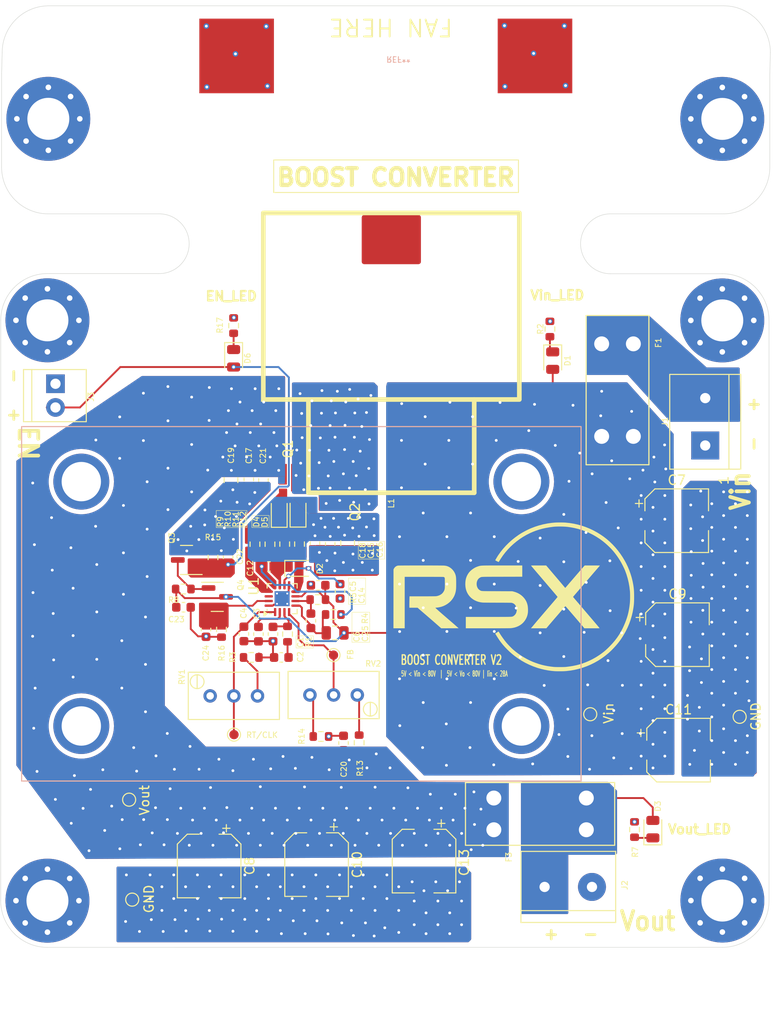
<source format=kicad_pcb>
(kicad_pcb (version 20240108) (generator "pcbnew") (generator_version "8.0")
  (layers (0 "F.Cu" signal) (1 "In1.Cu" signal) (2 "In2.Cu" signal) (31 "B.Cu" signal) (34 "B.Paste" user) (35 "F.Paste" user) (36 "B.SilkS" user "B.Silkscreen") (37 "F.SilkS" user "F.Silkscreen") (38 "B.Mask" user) (39 "F.Mask" user) (44 "Edge.Cuts" user))
  (net 0 "")
  (net 1 "/COMP")
  (net 2 "GND")
  (net 3 "Net-(C2-Pad1)")
  (net 4 "/SS")
  (net 5 "/RT{slash}CLK")
  (net 6 "Vin")
  (net 7 "ISNS-")
  (net 8 "ISNS+")
  (net 9 "Vout")
  (net 10 "/BOOT")
  (net 11 "/Vcc")
  (net 12 "EN_CTRL")
  (net 13 "Net-(D1-K)")
  (net 14 "Net-(D3-K)")
  (net 15 "/HDRV")
  (net 16 "Net-(D4-K)")
  (net 17 "/LDRV")
  (net 18 "Net-(D5-K)")
  (net 19 "Net-(D6-K)")
  (net 20 "ENABLE")
  (net 21 "Bat")
  (net 22 "Net-(Q3-D)")
  (net 23 "Net-(R3-Pad1)")
  (net 24 "/HDRV_CTRL")
  (net 25 "/LDRV_CTRL")
  (net 26 "Net-(R13-Pad2)")
  (net 27 "Net-(R14-Pad2)")
  (net 29 "FB")
  (net 31 "SW")
  (footprint "rsx_resistors:Potentiometer_Bourns_3296W_Vertical_DL" (layer "F.Cu") (at 87.58 114.33)
    (property "Reference" "RV2")
    (property "Value" "100k")
  )
  (footprint "TestPoint:TestPoint_Pad_D1.0mm" (layer "F.Cu") (at 74.355 118.58 -90)
    (property "Reference" "RT/CLK")
    (property "Value" "TestPoint")
  )
  (footprint "rsx_capacitors:C_0603_1608Metric" (layer "F.Cu") (at 78.105 100.555 180)
    (property "Reference" "C12")
    (property "Value" "0.1uf")
  )
  (footprint "rsx_headers_screw:Wurth_691210910002" (layer "F.Cu") (at 55.21 81.727 -90)
    (property "Reference" "J3")
    (property "Value" "Screw_Terminal_01x02")
  )
  (footprint "rsx_capacitors:C_0603_1608Metric" (layer "F.Cu") (at 73.725 99.57 -90)
    (property "Reference" "C22")
    (property "Value" "0.1uf")
  )
  (footprint "rsx_headers_screw:Molex_0398800302" (layer "F.Cu") (at 107.67 134.91)
    (property "Reference" "J2")
    (property "Value" "Screw_Terminal_01x02")
  )
  (footprint "TestPoint:TestPoint_Pad_D1.0mm" (layer "F.Cu") (at 63.44 136.27 -90)
    (property "Reference" "GND")
    (property "Value" "TestPoint")
  )
  (footprint "rsx_misc:MountingHole_4.5mm_Pad_Via" (layer "F.Cu") (at 126.73533 136.372468 180)
    (property "Reference" "H2" (hide yes))
    (property "Value" "M2  PLATED")
  )
  (footprint "Package_DFN_QFN:WQFN-16-1EP_3x3mm_P0.5mm_EP1.6x1.6mm_ThermalVias" (layer "F.Cu") (at 79.5175 104.005 90)
    (property "Reference" "U1")
    (property "Value" "TPS43060RTE")
  )
  (footprint "Capacitor_SMD:CP_Elec_6.3x7.7" (layer "F.Cu") (at 83.215 132.515 -90)
    (property "Reference" "C10")
    (property "Value" "100uf")
  )
  (footprint "rsx_resistors:R_0603_1608Metric" (layer "F.Cu") (at 117.315 128.755 90)
    (property "Reference" "R7")
    (property "Value" "4K7")
  )
  (footprint "rsx_capacitors:C_0805_2012Metric" (layer "F.Cu") (at 86.545 98.04 -90)
    (property "Reference" "C16")
    (property "Value" "1uf")
  )
  (footprint "rsx_inductors:PQ2617BHA-XXXK" (layer "F.Cu") (at 91.23 77.57 90)
    (property "Reference" "L1")
    (property "Value" "15uH" (hide yes))
  )
  (footprint "LOGO" (layer "F.Cu") (at 103.12 103.885)
    (property "Reference" "G***" (hide yes))
    (property "Value" "LOGO" (hide yes))
  )
  (footprint "rsx_diodes:D_SOD-323" (layer "F.Cu") (at 79.205 94.85 90)
    (property "Reference" "D4")
    (property "Value" "D_Schottky")
  )
  (footprint "rsx_diodes:D_SOD-323" (layer "F.Cu") (at 81.225 94.83 90)
    (property "Reference" "D5")
    (property "Value" "D_Schottky")
  )
  (footprint "rsx_headers_screw:Molex_0398800302" (layer "F.Cu") (at 124.898943 87.581866 90)
    (property "Reference" "J1")
    (property "Value" "Screw_Terminal_01x02")
  )
  (footprint "rsx_capacitors:C_0603_1608Metric" (layer "F.Cu") (at 68.94 104.925)
    (property "Reference" "C23")
    (property "Value" "0.1uf")
  )
  (footprint "rsx_resistors:Potentiometer_Bourns_3296W_Vertical_DL" (layer "F.Cu") (at 71.8 114.43 180)
    (property "Reference" "RV1")
    (property "Value" "100k")
  )
  (footprint "rsx_misc:MountingHole_4.5mm_Pad_Via" (layer "F.Cu") (at 126.72736 52.567468 -90)
    (property "Reference" "H2" (hide yes))
    (property "Value" "M2  PLATED")
  )
  (footprint "rsx_capacitors:C_0603_1608Metric" (layer "F.Cu") (at 78.54 107.8 -90)
    (property "Reference" "C1")
    (property "Value" "1.5nf")
  )
  (footprint "rsx_resistors:R_0603_1608Metric" (layer "F.Cu") (at 72.105 99.58 90)
    (property "Reference" "R15")
    (property "Value" "10k")
  )
  (footprint "rsx_resistors:R_0603_1608Metric" (layer "F.Cu") (at 73.015 107.305 -90)
    (property "Reference" "R16")
    (property "Value" "10k")
  )
  (footprint "Resistor_SMD:R_0603_1608Metric" (layer "F.Cu") (at 76.205 110.305)
    (property "Reference" "R3")
    (property "Value" "150k")
  )
  (footprint "rsx_misc:MountingHole_4.5mm_Pad_Via" (layer "F.Cu") (at 54.34736 74.162468)
    (property "Reference" "H2" (hide yes))
    (property "Value" "M2  PLATED")
  )
  (footprint "Capacitor_SMD:CP_Elec_6.3x7.7" (layer "F.Cu") (at 71.69 132.665 -90)
    (property "Reference" "C8")
    (property "Value" "100uf")
  )
  (footprint "rsx_capacitors:C_0603_1608Metric" (layer "F.Cu") (at 77.515 91.275 -90)
    (property "Reference" "C21")
    (property "Value" "0.1uf")
  )
  (footprint "rsx_resistors:R_0603_1608Metric" (layer "F.Cu") (at 79.795 98.155 90)
    (property "Reference" "R11")
    (property "Value" "1")
  )
  (footprint "rsx_leds:LED_0805_2012Metric" (layer "F.Cu") (at 74.315 78.2325 -90)
    (property "Reference" "D6")
    (property "Value" "LED_G")
  )
  (footprint "TestPoint:TestPoint_Pad_D1.0mm" (layer "F.Cu") (at 112.565 116.395 -90)
    (property "Reference" "Vin")
    (property "Value" "TestPoint")
  )
  (footprint "TestPoint:TestPoint_Pad_D1.0mm" (layer "F.Cu") (at 85.03 110.055 -90)
    (property "Reference" "FB")
    (property "Value" "TestPoint")
  )
  (footprint "rsx_leds:LED_0805_2012Metric" (layer "F.Cu") (at 108.54 78.4825 -90)
    (property "Reference" "D1")
    (property "Value" "LED_G")
  )
  (footprint "rsx_capacitors:C_0603_1608Metric" (layer "F.Cu") (at 76.98 107.805 -90)
    (property "Reference" "C3")
    (property "Value" "0.1uf")
  )
  (footprint "rsx_packages_TO_SOT:SOT-23" (layer "F.Cu") (at 69.2675 99.855 180)
    (property "Reference" "Q3")
    (property "Value" "2N7002K")
  )
  (footprint "TestPoint:TestPoint_Pad_D1.0mm" (layer "F.Cu") (at 63.11 125.555 -90)
    (property "Reference" "Vout")
    (property "Value" "TestPoint")
  )
  (footprint "rsx_fuses:FUSE_3568-10" (layer "F.Cu") (at 107.185 127.08 180)
    (property "Reference" "F3")
    (property "Value" "Fuse_Holder_Auto")
  )
  (footprint "rsx_capacitors:C_0603_1608Metric" (layer "F.Cu") (at 86.105 119.48 90)
    (property "Reference" "C20")
    (property "Value" "0.1uf")
  )
  (footprint "rsx_capacitors:C_0603_1608Metric" (layer "F.Cu") (at 85.73 103.215 -90)
    (property "Reference" "C14")
    (property "Value" "4.7uf")
  )
  (footprint "rsx_capacitors:C_0603_1608Metric" (layer "F.Cu") (at 75.945 91.215 -90)
    (property "Reference" "C17")
    (property "Value" "0.1uf")
  )
  (footprint "rsx_capacitors:C_0603_1608Metric" (layer "F.Cu") (at 75.42 107.785 -90)
    (property "Reference" "C4")
    (property "Value" "0.1uf")
  )
  (footprint "rsx_capacitors:C_0603_1608Metric" (layer "F.Cu") (at 71.355 107.315 -90)
    (property "Reference" "C24")
    (property "Value" "0.1uf")
  )
  (footprint "rsx_capacitors:C_0603_1608Metric" (layer "F.Cu") (at 82.605 106.38 -90)
    (property "Reference" "C6")
    (property "Value" "0.1 uf")
  )
  (footprint "Capacitor_SMD:CP_Elec_6.3x7.7" (layer "F.Cu") (at 94.74 132.14 -90)
    (property "Reference" "C13")
    (property "Value" "100uf")
  )
  (footprint "rsx_diodes:D_SOD-323" (layer "F.Cu") (at 81.305 100.755)
    (property "Reference" "D2")
    (property "Value" "D_Schottky")
  )
  (footprint "rsx_capacitors:C_0603_1608Metric" (layer "F.Cu") (at 83.38 102.565 180)
    (property "Reference" "C5")
    (property "Value" "0.1uf")
  )
  (footprint "Capacitor_SMD:CP_Elec_6.3x7.7" (layer "F.Cu") (at 121.84 95.645)
    (property "Reference" "C7")
    (property "Value" "100uf")
  )
  (footprint "rsx_resistors:R_0603_1608Metric" (layer "F.Cu") (at 85.005 105.705)
    (property "Reference" "R4")
    (property "Value" "750")
  )
  (footprint "footprints:GAN7R0-150LBEZ" (layer "F.Cu") (at 84.3367 94.65 -90)
    (property "Reference" "Q2")
    (property "Value" "GAN7R0-150LBEZ" (hide yes))
  )
  (footprint "Capacitor_SMD:CP_Elec_6.3x7.7" (layer "F.Cu") (at 122.04 120.245)
    (property "Reference" "C11")
    (property "Value" "100uf")
  )
  (footprint "rsx_fuses:FUSE_3568-10" (layer "F.Cu") (at 115.49 81.645 -90)
    (property "Reference" "F1")
    (property "Value" "Fuse_Holder_Auto")
  )
  (footprint "TestPoint:TestPoint_Pad_D1.0mm" (layer "F.Cu") (at 128.59 116.67 -90)
    (property "Reference" "GND")
    (property "Value" "TestPoint")
  )
  (footprint "rsx_misc:MountingHole_4.5mm_Pad_Via" (layer "F.Cu") (at 126.72736 74.172468 -90)
    (property "Reference" "H2" (hide yes))
    (property "Value" "M2  PLATED")
  )
  (footprint "rsx_resistors:R_0603_1608Metric" (layer "F.Cu") (at 68.92 102.97 180)
    (property "Reference" "R8")
    (property "Value" "10k")
  )
  (footprint "rsx_resistors:R_0603_1608Metric" (layer "F.Cu") (at 78.215 98.165 90)
    (property "Reference" "R10")
    (property "Value" "1")
  )
  (footprint "rsx_capacitors:C_0603_1608Metric" (layer "F.Cu") (at 84.675 98.13 -90)
    (property "Reference" "C15")
    (property "Value" "0.1uf")
  )
  (footprint "rsx_resistors:R_0603_1608Metric" (layer "F.Cu") (at 74.3175 74.7275 90)
    (property "Reference" "R17")
    (property "Value" "4K7")
  )
  (footprint "footprints:GAN7R0-150LBEZ" (layer "F.Cu") (at 80.15 91.0342)
    (property "Reference" "Q1")
    (property "Value" "GAN7R0-150LBEZ" (hide yes))
  )
  (footprint "rsx_misc:MountingHole_4.5mm_Pad_Via" (layer "F.Cu") (at 54.443845 52.558953)
    (property "Reference" "H2" (hide yes))
    (property "Value" "M2  PLATED")
  )
  (footprint "rsx_resistors:R_0603_1608Metric" (layer "F.Cu") (at 108.24 75.095 90)
    (property "Reference" "R2")
    (property "Value" "4K7")
  )
  (footprint "rsx_resistors:R_0603_1608Metric" (layer "F.Cu") (at 76.605 98.165 90)
    (property "Reference" "R9")
    (property "Value" "1")
  )
  (footprint "rsx_resistors:R_0603_1608Metric" (layer "F.Cu") (at 83.68 118.78 180)
    (property "Reference" "R14")
    (property "Value" "10k")
  )
  (footprint "Capacitor_SMD:CP_Elec_6.3x7.7" (layer "F.Cu") (at 121.92 107.865)
    (property "Reference" "C9")
    (property "Value" "100uf")
  )
  (footprint "rsx_resistors:R_0603_1608Metric" (layer "F.Cu") (at 83.345 104.105)
    (property "Reference" "R5")
    (property "Value" "750")
  )
  (footprint "rsx_resistors:R_0603_1608Metric" (layer "F.Cu") (at 87.78 119.455 90)
    (property "Reference" "R13")
    (property "Value" "150k")
  )
  (footprint "rsx_capacitors:C_0805_2012Metric" (layer "F.Cu") (at 74.035 91.295 -90)
    (property "Reference" "C19")
    (property "Value" "1uf")
  )
  (footprint "rsx_misc:MountingHole_4.5mm_Pad_Via" (layer "F.Cu") (at 54.348845 136.383953 90)
    (property "Reference" "H2" (hide yes))
    (property "Value" "M2  PLATED")
  )
  (footprint "rsx_capacitors:C_0603_1608Metric" (layer "F.Cu") (at 79.43 110.305 180)
    (property "Reference" "C2")
    (property "Value" "33nf")
  )
  (footprint "rsx_leds:LED_0805_2012Metric" (layer "F.Cu") (at 119.28 128.715 90)
    (property "Reference" "D3")
    (property "Value" "LED_G")
  )
  (footprint "rsx_packages_TO_SOT:SOT-23" (layer "F.Cu") (at 72.5625 103.81)
    (property "Reference" "Q4")
    (property "Value" "BSS83P")
  )
  (footprint "rsx_resistors:R_0603_1608Metric" (layer "F.Cu") (at 80.1 107.8 -90)
    (property "Reference" "R1")
    (property "Value" "15k")
  )
  (footprint "rsx_resistors:R_0603_1608Metric" (layer "F.Cu") (at 81.385 98.15 90)
    (property "Reference" "R12")
    (property "Value" "1")
  )
  (footprint "rsx_capacitors:C_0603_1608Metric" (layer "F.Cu") (at 83.045 98.06 -90)
    (property "Reference" "C18")
    (property "Value" "0.1uf")
  )
  (footprint "rsx_capacitors:C_0805_2012Metric" (layer "F.Cu") (at 85.2 107.675)
    (property "Reference" "C25")
    (property "Value" "1uf")
  )
  (footprint "rsx_misc:40mmFan" (layer "B.Cu") (at 90.638845 45.818953)
    (property "Reference" "F2" (hide yes))
    (property "Value" "40mm_by_20mm_Fan_Vertical" (hide yes))
  )
  (footprint "rsx_misc:ATS-1139-C1-R0" (layer "B.Cu") (at 81.58 104.555 180)
    (property "Reference" "HW1" (hide yes))
    (property "Value" "Board_Mount_Heat_Sink_Screw_2.5C/W" (hide yes))
  )
  (gr_rect (start 81.015 107.995) (end 82.875 109.295) (stroke (width 0.05)) (fill none) (layer "F.SilkS"))
  (gr_rect (start 87.6925 97.865) (end 90.5075 99.755) (stroke (width 0.05)) (fill none) (layer "F.SilkS"))
  (gr_rect (start 76.275 95.085) (end 78.125 96.375) (stroke (width 0.05)) (fill none) (layer "F.SilkS"))
  (gr_rect (start 86.64 101.79) (end 88.47 104.62) (stroke (width 0.05)) (fill none) (layer "F.SilkS"))
  (gr_rect (start 78.6135 56.97) (end 104.8665 60.46) (stroke (width 0.1)) (fill none) (layer "F.SilkS"))
  (gr_rect (start 87.01 105.46) (end 88.91 108.68) (stroke (width 0.05)) (fill none) (layer "F.SilkS"))
  (gr_rect (start 72.45 94.555) (end 75.745 96.385) (stroke (width 0.05)) (fill none) (layer "F.SilkS"))
  (gr_line (start 49.33736 136.387468) (end 49.343845 74.150983) (stroke (width 0.05)) (layer "Edge.Cuts"))
  (gr_line (start 126.823844 62.748953) (end 114.823844 62.748953) (stroke (width 0.05)) (layer "Edge.Cuts"))
  (gr_line (start 54.493846 40.443953) (end 126.883844 40.443952) (stroke (width 0.05)) (layer "Edge.Cuts"))
  (gr_arc (start 54.33736 141.387468) (mid 52.423943 141.006866) (end 50.801826 139.923002) (stroke (width 0.05)) (layer "Edge.Cuts"))
  (gr_arc (start 49.493846 45.443953) (mid 49.874466 43.530548) (end 50.958312 41.908419) (stroke (width 0.05)) (layer "Edge.Cuts"))
  (gr_line (start 54.343845 69.150983) (end 66.343845 69.150983) (stroke (width 0.05)) (layer "Edge.Cuts"))
  (gr_line (start 131.823844 47.748953) (end 131.883844 45.443952) (stroke (width 0.05)) (layer "Edge.Cuts"))
  (gr_arc (start 130.274379 139.919487) (mid 128.652268 141.003375) (end 126.738845 141.383953) (stroke (width 0.05)) (layer "Edge.Cuts"))
  (gr_arc (start 130.274379 70.633419) (mid 131.358249 72.255536) (end 131.738845 74.168953) (stroke (width 0.05)) (layer "Edge.Cuts"))
  (gr_arc (start 50.958312 41.908419) (mid 52.580434 40.82458) (end 54.493846 40.443953) (stroke (width 0.05)) (layer "Edge.Cuts"))
  (gr_line (start 54.433846 62.748954) (end 66.433846 62.748954) (stroke (width 0.05)) (layer "Edge.Cuts"))
  (gr_line (start 49.433346 57.748454) (end 49.433846 47.748954) (stroke (width 0.05)) (layer "Edge.Cuts"))
  (gr_arc (start 126.738845 69.168953) (mid 128.652255 69.549567) (end 130.274379 70.633419) (stroke (width 0.05)) (layer "Edge.Cuts"))
  (gr_arc (start 114.738845 69.168953) (mid 111.528838 65.916174) (end 114.823829 62.749514) (stroke (width 0.05)) (layer "Edge.Cuts"))
  (gr_arc (start 50.808311 70.615449) (mid 52.430431 69.531604) (end 54.343845 69.150983) (stroke (width 0.05)) (layer "Edge.Cuts"))
  (gr_arc (start 50.801826 139.923002) (mid 49.717981 138.300881) (end 49.33736 136.387468) (stroke (width 0.05)) (layer "Edge.Cuts"))
  (gr_arc (start 54.433846 62.748954) (mid 50.89796 61.28434) (end 49.433346 57.748454) (stroke (width 0.05)) (layer "Edge.Cuts"))
  (gr_arc (start 131.738845 136.383953) (mid 131.358261 138.297383) (end 130.274379 139.919487) (stroke (width 0.05)) (layer "Edge.Cuts"))
  (gr_arc (start 66.433828 62.749586) (mid 69.544862 65.994646) (end 66.343845 69.150983) (stroke (width 0.05)) (layer "Edge.Cuts"))
  (gr_line (start 49.433846 47.748954) (end 49.493846 45.443953) (stroke (width 0.05)) (layer "Edge.Cuts"))
  (gr_line (start 131.823844 57.748953) (end 131.823844 47.748953) (stroke (width 0.05)) (layer "Edge.Cuts"))
  (gr_line (start 126.738845 141.383953) (end 54.33736 141.387468) (stroke (width 0.05)) (layer "Edge.Cuts"))
  (gr_arc (start 131.823844 57.748953) (mid 130.359397 61.284533) (end 126.823844 62.748953) (stroke (width 0.05)) (layer "Edge.Cuts"))
  (gr_arc (start 49.343845 74.150983) (mid 49.724456 72.237572) (end 50.808311 70.615449) (stroke (width 0.05)) (layer "Edge.Cuts"))
  (gr_arc (start 126.883844 40.443952) (mid 128.797249 40.824572) (end 130.419378 41.908418) (stroke (width 0.05)) (layer "Edge.Cuts"))
  (gr_arc (start 130.419378 41.908418) (mid 131.503248 43.530534) (end 131.883844 45.443952) (stroke (width 0.05)) (layer "Edge.Cuts"))
  (gr_line (start 126.738845 69.168953) (end 114.738845 69.168953) (stroke (width 0.05)) (layer "Edge.Cuts"))
  (gr_line (start 131.738845 136.383953) (end 131.738845 74.168953) (stroke (width 0.05)) (layer "Edge.Cuts"))
  (gr_text "+   -" (at 51.36 85.275 90) (layer "F.SilkS") (effects (font (size 1.2 1.2) (thickness 0.3) (bold yes)) (justify left bottom)))
  (gr_text "+   -" (at 107.44 140.645 0) (layer "F.SilkS") (effects (font (size 1.2 1.2) (thickness 0.3) (bold yes)) (justify left bottom)))
  (gr_text "Vout_LED\n\n" (at 120.77375 130.9225 0) (layer "F.SilkS") (effects (font (size 1 1) (thickness 0.25) (bold yes)) (justify left bottom)))
  (gr_text "Vin_LED\n\n" (at 106.015 73.67 0) (layer "F.SilkS") (effects (font (size 1 1) (thickness 0.25) (bold yes)) (justify left bottom)))
  (gr_text "Vin\n" (at 129.84 94.725 90) (layer "F.SilkS") (effects (font (size 2 1.8) (thickness 0.4) (bold yes)) (justify left bottom)))
  (gr_text "BOOST CONVERTER\n" (at 91.715 59.89 0) (layer "F.SilkS") (effects (font (size 1.8 1.8) (thickness 0.45) (bold yes)) (justify bottom)))
  (gr_text "5V < Vin < 80V  |  5V < Vo < 80V | Iin < 28A " (at 92.245 112.405 0) (layer "F.SilkS") (effects (font (size 0.6 0.3) (thickness 0.075) (bold yes)) (justify left bottom)))
  (gr_text "EN" (at 51.1 85.315 -90) (layer "F.SilkS") (effects (font (size 2 1.8) (thickness 0.4) (bold yes)) (justify left bottom)))
  (gr_text "+   -" (at 129.515 82.245 -90) (layer "F.SilkS") (effects (font (size 1.2 1.2) (thickness 0.3) (bold yes)) (justify left bottom)))
  (gr_text "BOOST CONVERTER V2\n\n\n" (at 92.15 114.38 0) (layer "F.SilkS") (effects (font (size 1 0.65)) (justify left bottom)))
  (gr_text "EN_LED\n\n" (at 71.19 73.77 0) (layer "F.SilkS") (effects (font (size 1 1) (thickness 0.25) (bold yes)) (justify left bottom)))
  (gr_text "FAN HERE\n" (at 91.18 41.695 180) (layer "F.SilkS") (effects (font (size 1.8 1.8) (thickness 0.2)) (justify bottom)))
  (gr_text "Vout\n\n" (at 115.54 142.965 0) (layer "F.SilkS") (effects (font (size 2 1.8) (thickness 0.4) (bold yes)) (justify left bottom)))
  (segment (start 78.54 107.025) (end 78.750685 107.025) (width 0.2) (layer "F.Cu") (net 1))
  (segment (start 78.59 106.975) (end 78.54 107.025) (width 0.2) (layer "F.Cu") (net 1))
  (segment (start 80.1 106.975) (end 80.22 106.855) (width 0.2) (layer "F.Cu") (net 1))
  (segment (start 80.22 106.346886) (end 79.7675 105.894386) (width 0.2) (layer "F.Cu") (net 1))
  (segment (start 80.22 106.855) (end 80.22 106.346886) (width 0.2) (layer "F.Cu") (net 1))
  (segment (start 80.1 106.975) (end 78.59 106.975) (width 0.2) (layer "F.Cu") (net 1))
  (segment (start 80.05 107.025) (end 80.1 106.975) (width 0.2) (layer "F.Cu") (net 1))
  (segment (start 79.7675 105.894386) (end 79.7675 105.4425) (width 0.2) (layer "F.Cu") (net 1))
  (segment (start 70.51 108.045) (end 69.715 107.25) (width 0.2) (layer "F.Cu") (net 2))
  (segment (start 77.02 109.875) (end 77.04 109.895) (width 0.2) (layer "F.Cu") (net 2))
  (segment (start 71.395 108.13) (end 71.355 108.09) (width 0.2) (layer "F.Cu") (net 2))
  (segment (start 76.985 108.575) (end 76.98 108.58) (width 0.2) (layer "F.Cu") (net 2))
  (segment (start 84.505 118.78) (end 84.515 118.77) (width 0.2) (layer "F.Cu") (net 2))
  (segment (start 71.355 108.09) (end 72.975 108.09) (width 0.2) (layer "F.Cu") (net 2))
  (segment (start 71.365 108.1) (end 71.355 108.09) (width 0.2) (layer "F.Cu") (net 2))
  (segment (start 80.2675 102.5675) (end 80.2175 102.6175) (width 0.2) (layer "F.Cu") (net 2))
  (segment (start 78.54 108.575) (end 78.54 108.545) (width 0.2) (layer "F.Cu") (net 2))
  (segment (start 69.715 104.925) (end 69.715 107.25) (width 0.2) (layer "F.Cu") (net 2))
  (segment (start 78.8775 104.645) (end 78.9675 104.555) (width 0.2) (layer "F.Cu") (net 2))
  (segment (start 78.08 104.755) (end 78.517499 104.755) (width 0.2) (layer "F.Cu") (net 2))
  (segment (start 86.105 118.705) (end 84.58 118.705) (width 0.2) (layer "F.Cu") (net 2))
  (segment (start 77.03 110.305) (end 78.655 110.305) (width 0.2) (layer "F.Cu") (net 2))
  (segment (start 72.975 108.09) (end 73.015 108.13) (width 0.2) (layer "F.Cu") (net 2))
  (segment (start 77.045 109.89) (end 77.04 109.895) (width 0.2) (layer "F.Cu") (net 2))
  (segment (start 78.517499 104.755) (end 78.627499 104.645) (width 0.2) (layer "F.Cu") (net 2))
  (segment (start 78.54 110.19) (end 78.655 110.305) (width 0.2) (layer "F.Cu") (net 2))
  (segment (start 80.2175 103.305) (end 80.0675 103.455) (width 0.2) (layer "F.Cu") (net 2))
  (segment (start 78.627499 104.645) (end 78.8775 104.645) (width 0.2) (layer "F.Cu") (net 2))
  (segment (start 80.2175 102.6175) (end 80.2175 103.305) (width 0.2) (layer "F.Cu") (net 2))
  (segment (start 78.54 108.545) (end 76.985 108.575) (width 0.2) (layer "F.Cu") (net 2))
  (segment (start 71.365 108.045) (end 70.51 108.045) (width 0.2) (layer "F.Cu") (net 2))
  (segment (start 86.03 118.78) (end 86.105 118.705) (width 0.2) (layer "F.Cu") (net 2))
  (segment (start 76.96 108.56) (end 76.98 108.58) (width 0.2) (layer "F.Cu") (net 2))
  (segment (start 84.58 118.705) (end 84.515 118.77) (width 0.2) (layer "F.Cu") (net 2))
  (segment (start 78.54 108.575) (end 78.54 110.19) (width 0.2) (layer "F.Cu") (net 2))
  (segment (start 71.365 108.045) (end 71.365 108.1) (width 0.2) (layer "F.Cu") (net 2))
  (segment (start 75.42 108.56) (end 76.96 108.56) (width 0.2) (layer "F.Cu") (net 2))
  (via (at 75.515 136.16) (size 0.6) (drill 0.3) (layers "F.Cu" "B.Cu") (net 2))
  (via (at 88.215 133.62) (size 0.6) (drill 0.3) (layers "F.Cu" "B.Cu") (net 2))
  (via (at 64.22 139.685) (size 0.6) (drill 0.3) (layers "F.Cu" "B.Cu") (net 2))
  (via (at 73.03 138.365) (size 0.6) (drill 0.3) (layers "F.Cu" "B.Cu") (net 2))
  (via (at 90.755 133.62) (size 0.6) (drill 0.3) (layers "F.Cu" "B.Cu") (net 2))
  (via (at 89.39 140.17) (size 0.6) (drill 0.3) (layers "F.Cu" "B.Cu") (net 2))
  (via (at 126.87 97.635) (size 0.6) (drill 0.3) (layers "F.Cu" "B.Cu") (net 2))
  (via (at 74.515 45.595) (size 0.6) (drill 0.3) (layers "F.Cu" "B.Cu") (net 2))
  (via (at 76.785 134.89) (size 0.6) (drill 0.3) (layers "F.Cu" "B.Cu") (net 2))
  (via (at 124.265 115.655) (size 0.6) (drill 0.3) (layers "F.Cu" "B.Cu") (net 2))
  (via (at 90.53 139.29) (size 0.6) (drill 0.3) (layers "F.Cu" "B.Cu") (net 2))
  (via (at 69.295 98.885) (size 0.6) (drill 0.3) (layers "F.Cu" "B.Cu") (net 2))
  (via (at 123.395 101.5) (size 0.6) (drill 0.3) (layers "F.Cu" "B.Cu") (net 2))
  (via (at 72.385 95.195) (size 0.6) (drill 0.3) (layers "F.Cu" "B.Cu") (net 2))
  (via (at 88.565 96.32) (size 0.5) (drill 0.3) (layers "F.Cu" "B.Cu") (net 2))
  (via (at 67.895 133.62) (size 0.6) (drill 0.3) (layers "F.Cu" "B.Cu") (net 2))
  (via (at 126.87 100.175) (size 0.6) (drill 0.3) (layers "F.Cu" "B.Cu") (net 2))
  (via (at 65.355 133.62) (size 0.6) (drill 0.3) (layers "F.Cu" "B.Cu") (net 2))
  (via (at 124.64 107.795) (size 0.6) (drill 0.3) (layers "F.Cu" "B.Cu") (net 2))
  (via (at 129.41 100.175) (size 0.6) (drill 0.3) (layers "F.Cu" "B.Cu") (net 2))
  (via (at 90.755 136.16) (size 0.6) (drill 0.3) (layers "F.Cu" "B.Cu") (net 2))
  (via (at 85.675 136.16) (size 0.6) (drill 0.3) (layers "F.Cu" "B.Cu") (net 2))
  (via (at 129.41 102.715) (size 0.6) (drill 0.3) (layers "F.Cu" "B.Cu") (net 2))
  (via (at 126.87 102.715) (size 0.6) (drill 0.3) (layers "F.Cu" "B.Cu") (net 2))
  (via (at 125.6 96.365) (size 0.6) (drill 0.3) (layers "F.Cu" "B.Cu") (net 2))
  (via (at 125.6 119.225) (size 0.6) (drill 0.3) (layers "F.Cu" "B.Cu") (net 2))
  (via (at 109.915 48.995) (size 0.6) (drill 0.3) (layers "F.Cu" "B.Cu") (net 2))
  (via (at 125.6 111.605) (size 0.6) (drill 0.3) (layers "F.Cu" "B.Cu") (net 2))
  (via (at 108.265 74.27) (size 0.5) (drill 0.3) (layers "F.Cu" "B.Cu") (net 2))
  (via (at 78.055 136.16) (size 0.6) (drill 0.3) (layers "F.Cu" "B.Cu") (net 2))
  (via (at 124.64 105.255) (size 0.6) (drill 0.3) (layers "F.Cu" "B.Cu") (net 2))
  (via (at 78.055 133.62) (size 0.6) (drill 0.3) (layers "F.Cu" "B.Cu") (net 2))
  (via (at 79.44 139.92) (size 0.6) (drill 0.3) (layers "F.Cu" "B.Cu") (net 2))
  (via (at 122.995 114.385) (size 0.6) (drill 0.3) (layers "F.Cu" "B.Cu") (net 2))
  (via (at 70.435 133.62) (size 0.6) (drill 0.3) (layers "F.Cu" "B.Cu") (net 2))
  (via (at 123.37 103.985) (size 0.6) (drill 0.3) (layers "F.Cu" "B.Cu") (net 2))
  (via (at 93.46 134.36) (size 0.6) (drill 0.3) (layers "F.Cu" "B.Cu") (net 2))
  (via (at 81.865 137.43) (size 0.6) (drill 0.3) (layers "F.Cu" "B.Cu") (net 2))
  (via (at 83.255 138.54) (size 0.6) (drill 0.3) (layers "F.Cu" "B.Cu") (net 2))
  (via (at 74.245 134.89) (size 0.6) (drill 0.3) (layers "F.Cu" "B.Cu") (net 2))
  (via (at 75.515 138.39) (size 0.6) (drill 0.3) (layers "F.Cu" "B.Cu") (net 2))
  (via (at 76.785 137.43) (size 0.6) (drill 0.3) (layers "F.Cu" "B.Cu") (net 2))
  (via (at 84.405 134.89) (size 0.6) (drill 0.3) (layers "F.Cu" "B.Cu") (net 2))
  (via (at 74.235 92.33) (size 0.6) (drill 0.3) (layers "F.Cu" "B.Cu") (net 2))
  (via (at 62.815 133.62) (size 0.6) (drill 0.3) (layers "F.Cu" "B.Cu") (net 2))
  (via (at 79.325 137.43) (size 0.6) (drill 0.3) (layers "F.Cu" "B.Cu") (net 2))
  (via (at 92.025 134.89) (size 0.6) (drill 0.3) (layers "F.Cu" "B.Cu") (net 2))
  (via (at 124.415 92.47) (size 0.6) (drill 0.3) (layers "F.Cu" "B.Cu") (net 2))
  (via (at 126.87 120.495) (size 0.6) (drill 0.3) (layers "F.Cu" "B.Cu") (net 2))
  (via (at 66.625 134.89) (size 0.6) (drill 0.3) (layers "F.Cu" "B.Cu") (net 2))
  (via (at 129.59 114.945) (size 0.6) (drill 0.3) (layers "F.Cu" "B.Cu") (net 2))
  (via (at 87.765 97.32) (size 0.5) (drill 0.3) (layers "F.Cu" "B.Cu") (net 2))
  (via (at 81.99 139.92) (size 0.6) (drill 0.3) (layers "F.Cu" "B.Cu") (net 2))
  (via (at 89.39 97.245) (size 0.5) (drill 0.3) (layers "F.Cu" "B.Cu") (net 2))
  (via (at 124.265 118.195) (size 0.6) (drill 0.3) (layers "F.Cu" "B.Cu") (net 2))
  (via (at 123.395 98.96) (size 0.6) (drill 0.3) (layers "F.Cu" "B.Cu") (net 2))
  (via (at 126.87 105.255) (size 0.6) (drill 0.3) (layers "F.Cu" "B.Cu") (net 2))
  (via (at 74.34 73.87) (size 0.5) (drill 0.3) (layers "F.Cu" "B.Cu") (net 2))
  (via (at 83.69 95.395) (size 0.5) (drill 0.3) (layers "F.Cu" "B.Cu") (net 2))
  (via (at 68.03 138.415) (size 0.6) (drill 0.3) (layers "F.Cu" "B.Cu") (net 2))
  (via (at 129.41 95.095) (size 0.6) (drill 0.3) (layers "F.Cu" "B.Cu") (net 2))
  (via (at 71.705 134.89) (size 0.6) (drill 0.3) (layers "F.Cu" "B.Cu") (net 2))
  (via (at 85.675 133.62) (size 0.6) (drill 0.3) (layers "F.Cu" "B.Cu") (net 2))
  (via (at 74.69 93.67) (size 0.6) (drill 0.3) (layers "F.Cu" "B.Cu") (net 2))
  (via (at 92.03 139.79) (size 0.6) (drill 0.3) (layers "F.Cu" "B.Cu") (net 2))
  (via (at 83.135 136.16) (size 0.6) (drill 0.3) (layers "F.Cu" "B.Cu") (net 2))
  (via (at 94.955 137.69) (size 0.6) (drill 0.3) (layers "F.Cu" "B.Cu") (net 2))
  (via (at 71.44 49.145) (size 0.6) (drill 0.3) (layers "F.Cu" "B.Cu") (net 2))
  (via (at 66.76 139.685) (size 0.6) (drill 0.3) (layers "F.Cu" "B.Cu") (net 2))
  (via (at 126.87 95.095) (size 0.6) (drill 0.3) (layers "F.Cu" "B.Cu") (net 2))
  (via (at 117.315 127.93) (size 0.5) (drill 0.3) (layers "F.Cu" "B.Cu") (net 2))
  (via (at 123.74 120.27) (size 0.6) (drill 0.3) (layers "F.Cu" "B.Cu") (net 2))
  (via (at 75.515 133.62) (size 0.6) (drill 0.3) (layers "F.Cu" "B.Cu") (net 2))
  (via (at 86.945 134.89) (size 0.6) (drill 0.3) (layers "F.Cu" "B.Cu") (net 2))
  (via (at 129.415 118.695) (size 0.6) (drill 0.3) (layers "F.Cu" "B.Cu") (net 2))
  (via (at 77.94 49.045) (size 0.6) (drill 0.3) (layers "F.Cu" "B.Cu") (net 2))
  (via (at 71.215 96.095) (size 0.6) (drill 0.3) (layers "F.Cu" "B.Cu") (net 2))
  (via (at 71.39 42.62) (size 0.6) (drill 0.3) (layers "F.Cu" "B.Cu") (net 2))
  (via (at 82.89 96.07) (size 0.5) (drill 0.3) (layers "F.Cu" "B.Cu") (net 2))
  (via (at 85.915 138.765) (size 0.6) (drill 0.3) (layers "F.Cu" "B.Cu") (net 2))
  (via (at 123.24 121.77) (size 0.6) (drill 0.3) (layers "F.Cu" "B.Cu") (net 2))
  (via (at 84.115 96.345) (size 0.5) (drill 0.3) (layers "F.Cu" "B.Cu") (net 2))
  (via (at 93.685 136.42) (size 0.6) (drill 0.3) (layers "F.Cu" "B.Cu") (net 2))
  (via (at 123.22 111.725) (size 0.6) (drill 0.3) (layers "F.Cu" "B.Cu") (net 2))
  (via (at 124.615 95.23) (size 0.6) (drill 0.3) (layers "F.Cu" "B.Cu") (net 2))
  (via (at 85.565 96.34) (size 0.5) (drill 0.3) (layers "F.Cu" "B.Cu") (net 2))
  (via (at 65.355 136.16) (size 0.6) (drill 0.3) (layers "F.Cu" "B.Cu") (net 2))
  (via (at 87.84 95.295) (size 0.5) (drill 0.3) (layers "F.Cu" "B.Cu") (net 2))
  (via (at 128.14 121.765) (size 0.6) (drill 0.3) (layers "F.Cu" "B.Cu") (net 2))
  (via (at 125.6 93.825) (size 0.6) (drill 0.3) (layers "F.Cu" "B.Cu") (net 2))
  (via (at 124.49 112.995) (size 0.6) (drill 0.3) (layers "F.Cu" "B.Cu") (net 2))
  (via (at 80.715 138.54) (size 0.6) (drill 0.3) (layers "F.Cu" "B.Cu") (net 2))
  (via (at 71.76 139.635) (size 0.6) (drill 0.3) (layers "F.Cu" "B.Cu") (net 2))
  (via (at 86.615 95.395) (size 0.5) (drill 0.3) (layers "F.Cu" "B.Cu") (net 2))
  (via (at 74.245 137.43) (size 0.6) (drill 0.3) (layers "F.Cu" "B.Cu") (net 2))
  (via (at 97.495 137.69) (size 0.6) (drill 0.3) (layers "F.Cu" "B.Cu") (net 2))
  (via (at 125.6 101.445) (size 0.6) (drill 0.3) (layers "F.Cu" "B.Cu") (net 2))
  (via (at 72.995 98.86) (size 0.6) (drill 0.3) (layers "F.Cu" "B.Cu") (net 2))
  (via (at 126.87 110.335) (size 0.6) (drill 0.3) (layers "F.Cu" "B.Cu") (net 2))
  (via (at 128.14 106.525) (size 0.6) (drill 0.3) (layers "F.Cu" "B.Cu") (net 2))
  (via (at 80.595 136.16) (size 0.6) (drill 0.3) (layers "F.Cu" "B.Cu") (net 2))
  (via (at 129.41 110.335) (size 0.6) (drill 0.3) (layers "F.Cu" "B.Cu") (net 2))
  (via (at 74.615 95.195) (size 0.6) (drill 0.3) (layers "F.Cu" "B.Cu") (net 2))
  (via (at 70.49 138.365) (size 0.6) (drill 0.3) (layers "F.Cu" "B.Cu") (net 2))
  (via (at 125.6 114.145) (size 0.6) (drill 0.3) (layers "F.Cu" "B.Cu") (net 2))
  (via (at 94.955 139.92) (size 0.6) (drill 0.3) (layers "F.Cu" "B.Cu") (net 2))
  (via (at 72.94 93.545) (size 0.6) (drill 0.3) (layers "F.Cu" "B.Cu") (net 2))
  (via (at 84.405 137.43) (size 0.6) (drill 0.3) (layers "F.Cu" "B.Cu") (net 2))
  (via (at 86.215 97.195) (size 0.5) (drill 0.3) (layers "F.Cu" "B.Cu") (net 2))
  (via (at 88.455 138.765) (size 0.6) (drill 0.3) (layers "F.Cu" "B.Cu") (net 2))
  (via (at 73.32 96.41) (size 0.6) (drill 0.3) (layers "F.Cu" "B.Cu") (net 2))
  (via (at 69.165 134.89) (size 0.6) (drill 0.3) (layers "F.Cu" "B.Cu") (net 2))
  (via (at 69.715 96.245) (size 0.6) (drill 0.3) (layers "F.Cu" "B.Cu") (net 2))
  (via (at 74.29 97.645) (size 0.6) (drill 0.3) (layers "F.Cu" "B.Cu") (net 2))
  (via (at 83.135 133.62) (size 0.6) (drill 0.3) (layers "F.Cu" "B.Cu") (net 2))
  (via (at 93.685 138.96) (size 0.6) (drill 0.3) (layers "F.Cu" "B.Cu") (net 2))
  (via (at 85.74 103.985) (size 0.5) (drill 0.3) (layers "F.Cu" "B.Cu") (net 2))
  (via (at 96 134.36) (size 0.6) (drill 0.3) (layers "F.Cu" "B.Cu") (net 2))
  (via (at 125.6 103.985) (size 0.6) (drill 0.3) (layers "F.Cu" "B.Cu") (net 2))
  (via (at 124.665 100.23) (size 0.6) (drill 0.3) (layers "F.Cu" "B.Cu") (net 2))
  (via (at 87.165 140.12) (size 0.6) (drill 0.3) (layers "F.Cu" "B.Cu") (net 2))
  (via (at 84.515 118.77) (size 0.5) (drill 0.3) (layers "F.Cu" "B.Cu") (net 2))
  (via (at 78.055 138.39) (size 0.6) (drill 0.3) (layers "F.Cu" "B.Cu") (net 2))
  (via (at 76.59 92.62) (size 0.6) (drill 0.3) (layers "F.Cu" "B.Cu") (net 2))
  (via (at 74.245 139.66) (size 0.6) (drill 0.3) (layers "F.Cu" "B.Cu") (net 2))
  (via (at 125.6 116.685) (size 0.6) (drill 0.3) (layers "F.Cu" "B.Cu") (net 2))
  (via (at 98.54 134.36) (size 0.6) (drill 0.3) (layers "F.Cu" "B.Cu") (net 2))
  (via (at 83.045 97.26) (size 0.5) (drill 0.3) (layers "F.Cu" "B.Cu") (net 2))
  (via (at 123.37 106.525) (size 0.6) (drill 0.3) (layers "F.Cu" "B.Cu") (net 2))
  (via (at 69.165 137.43) (size 0.6) (drill 0.3) (layers "F.Cu" "B.Cu") (net 2))
  (via (at 87.09 96.42) (size 0.5) (drill 0.3) (layers "F.Cu" "B.Cu") (net 2))
  (via (at 96.225 138.96) (size 0.6) (drill 0.3) (layers "F.Cu" "B.Cu") (net 2))
  (via (at 98.765 136.42) (size 0.6) (drill 0.3) (layers "F.Cu" "B.Cu") (net 2))
  (via (at 128.14 109.065) (size 0.6) (drill 0.3) (layers "F.Cu" "B.Cu") (net 2))
  (via (at 106.49 45.545) (size 0.6) (drill 0.3) (layers "F.Cu" "B.Cu") (net 2))
  (via (at 126.87 117.955) (size 0.6) (drill 0.3) (layers "F.Cu" "B.Cu") (net 2))
  (via (at 71.24 94.495) (size 0.6) (drill 0.3) (layers "F.Cu" "B.Cu") (net 2))
  (via (at 62.73 138.615) (size 0.6) (drill 0.3) (layers "F.Cu" "B.Cu") (net 2))
  (via (at 68.36 97.67) (size 0.6) (drill 0.3) (layers "F.Cu" "B.Cu") (net 2))
  (via (at 123.345 93.96) (size 0.6) (drill 0.3) (layers "F.Cu" "B.Cu") (net 2))
  (via (at 72.06 97.645) (size 0.6) (drill 0.3) (layers "F.Cu" "B.Cu") (net 2))
  (via (at 98.765 138.96) (size 0.6) (drill 0.3) (layers "F.Cu" "B.Cu") (net 2))
  (via (at 96.225 136.42) (size 0.6) (drill 0.3) (layers "F.Cu" "B.Cu") (net 2))
  (via (at 126.87 107.795) (size 0.6) (drill 0.3) (layers "F.Cu" "B.Cu") (net 2))
  (via (at 97.495 139.92) (size 0.6) (drill 0.3) (layers "F.Cu" "B.Cu") (net 2))
  (via (at 128.14 103.985) (size 0.6) (drill 0.3) (layers "F.Cu" "B.Cu") (net 2))
  (via (at 129.41 97.635) (size 0.6) (drill 0.3) (layers "F.Cu" "B.Cu") (net 2))
  (via (at 70.59 97.67) (size 0.6) (drill 0.3) (layers "F.Cu" "B.Cu") (net 2))
  (via (at 81.865 134.89) (size 0.6) (drill 0.3) (layers "F.Cu" "B.Cu") (net 2))
  (via (at 72.975 133.62) (size 0.6) (drill 0.3) (layers "F.Cu" "B.Cu") (net 2))
  (via (at 89.485 134.89) (size 0.6) (drill 0.3) (layers "F.Cu" "B.Cu") (net 2))
  (via (at 89.365 95.445) (size 0.5) (drill 0.3) (layers "F.Cu" "B.Cu") (net 2))
  (via (at 128.14 98.905) (size 0.6) (drill 0.3) (layers "F.Cu" "B.Cu") (net 2))
  (via (at 123.22 109.185) (size 0.6) (drill 0.3) (layers "F.Cu" "B.Cu") (net 2))
  (via (at 69.22 139.635) (size 0.6) (drill 0.3) (layers "F.Cu" "B.Cu") (net 2))
  (via (at 65.49 138.415) (size 0.6) (drill 0.3) (layers "F.Cu" "B.Cu") (net 2))
  (via (at 125.6 121.765) (size 0.6) (drill 0.3) (layers "F.Cu" "B.Cu") (net 2))
  (via (at 80.595 133.62) (size 0.6) (drill 0.3) (layers "F.Cu" "B.Cu") (net 2))
  (via (at 77.815 42.645) (size 0.6) (drill 0.3) (layers "F.Cu" "B.Cu") (net 2))
  (via (at 71.365 108.045) (size 0.5) (drill 0.3) (layers "F.Cu" "B.Cu") (net 2))
  (via (at 126.87 115.415) (size 0.6) (drill 0.3) (layers "F.Cu" "B.Cu") (net 2))
  (via (at 103.365 42.57) (size 0.6) (drill 0.3) (layers "F.Cu" "B.Cu") (net 2))
  (via (at 67.895 136.16) (size 0.6) (drill 0.3) (layers "F.Cu" "B.Cu") (net 2))
  (via (at 124.49 110.455) (size 0.6) (drill 0.3) (layers "F.Cu" "B.Cu") (net 2))
  (via (at 79.325 134.89) (size 0.6) (drill 0.3) (layers "F.Cu" "B.Cu") (net 2))
  (via (at 122.995 116.925) (size 0.6) (drill 0.3) (layers "F.Cu" "B.Cu") (net 2))
  (via (at 128.14 111.605) (size 0.6) (drill 0.3) (layers "F.Cu" "B.Cu") (net 2))
  (via (at 123.345 96.5) (size 0.6) (drill 0.3) (layers "F.Cu" "B.Cu") (net 2))
  (via (at 92.025 137.43) (size 0.6) (drill 0.3) (layers "F.Cu" "B.Cu") (net 2))
  (via (at 78.54 108.545) (size 0.5) (drill 0.3) (layers "F.Cu" "B.Cu") (net 2))
  (via (at 129.41 107.795) (size 0.6) (drill 0.3) (layers "F.Cu" "B.Cu") (net 2))
  (via (at 84.44 139.945) (size 0.6) (drill 0.3) (layers "F.Cu" "B.Cu") (net 2))
  (via (at 129.41 120.495) (size 0.6) (drill 0.3) (layers "F.Cu" "B.Cu") (net 2))
  (via (at 129.41 112.875) (size 0.6) (drill 0.3) (layers "F.Cu" "B.Cu") (net 2))
  (via (at 128.14 93.825) (size 0.6) (drill 0.3) (layers "F.Cu" "B.Cu") (net 2))
  (via (at 88.215 136.16) (size 0.6) (drill 0.3) (layers "F.Cu" "B.Cu") (net 2))
  (via (at 70.435 136.16) (size 0.6) (drill 0.3) (layers "F.Cu" "B.Cu") (net 2))
  (via (at 126.87 112.875) (size 0.6) (drill 0.3) (layers "F.Cu" "B.Cu") (net 2))
  (via (at 76.04 93.845) (size 0.6) (drill 0.3) (layers "F.Cu" "B.Cu") (net 2))
  (via (at 128.14 101.445) (size 0.6) (drill 0.3) (layers "F.Cu" "B.Cu") (net 2))
  (via (at 71.705 137.43) (size 0.6) (drill 0.3) (layers "F.Cu" "B.Cu") (net 2))
  (via (at 124.665 102.77) (size 0.6) (drill 0.3) (layers "F.Cu" "B.Cu") (net 2))
  (via (at 86.945 137.43) (size 0.6) (drill 0.3) (layers "F.Cu" "B.Cu") (net 2))
  (via (at 85.04 95.395) (size 0.5) (drill 0.3) (layers "F.Cu" "B.Cu") (net 2))
  (via (at 129.41 105.255) (size 0.6) (drill 0.3) (layers "F.Cu" "B.Cu") (net 2))
  (via (at 66.625 137.43) (size 0.6) (drill 0.3) (layers "F.Cu" "B.Cu") (net 2))
  (via (at 129.41 92.555) (size 0.6) (drill 0.3) (layers "F.Cu" "B.Cu") (net 2))
  (via (at 76.785 139.66) (size 0.6) (drill 0.3) (layers "F.Cu" "B.Cu") (net 2))
  (via (at 124.615 97.77) (size 0.6) (drill 0.3) (layers "F.Cu" "B.Cu") (net 2))
  (via (at 125.6 106.525) (size 0.6) (drill 0.3) (layers "F.Cu" "B.Cu") (net 2))
  (via (at 128.14 114.145) (size 0.6) (drill 0.3) (layers "F.Cu" "B.Cu") (net 2))
  (via (at 94.73 135.32) (size 0.6) (drill 0.3) (layers "F.Cu" "B.Cu") (net 2))
  (via (at 89.485 137.43) (size 0.6) (drill 0.3) (layers "F.Cu" "B.Cu") (net 2))
  (via (at 126.87 92.555) (size 0.6) (drill 0.3) (layers "F.Cu" "B.Cu") (net 2))
  (via (at 128.14 119.225) (size 0.6) (drill 0.3) (layers "F.Cu" "B.Cu") (net 2))
  (via (at 72.975 136.16) (size 0.6) (drill 0.3) (layers "F.Cu" "B.Cu") (net 2))
  (via (at 84.675 97.33) (size 0.5) (drill 0.3) (layers "F.Cu" "B.Cu") (net 2))
  (via (at 103.415 49.095) (size 0.6) (drill 0.3) (layers "F.Cu" "B.Cu") (net 2))
  (via (at 125.6 98.905) (size 0.6) (drill 0.3) (layers "F.Cu" "B.Cu") (net 2))
  (via (at 82.59 102.435) (size 0.5) (drill 0.3) (layers "F.Cu" "B.Cu") (net 2))
  (via (at 109.79 42.595) (size 0.6) (drill 0.3) (layers "F.Cu" "B.Cu") (net 2))
  (via (at 97.27 135.32) (size 0.6) (drill 0.3) (layers "F.Cu" "B.Cu") (net 2))
  (via (at 125.6 109.065) (size 0.6) (drill 0.3) (layers "F.Cu" "B.Cu") (net 2))
  (via (at 128.14 96.365) (size 0.6) (drill 0.3) (layers "F.Cu" "B.Cu") (net 2))
  (segment (start 80.1 110.2) (end 80.205 110.305) (width 0.2) (layer "F.Cu") (net 3))
  (segment (start 80.1 108.625) (end 80.1 110.2) (width 0.2) (layer "F.Cu") (net 3))
  (segment (start 79.03 106.18) (end 79.2675 105.9425) (width 0.2) (layer "F.Cu") (net 4))
  (segment (start 77.255 106.18) (end 79.03 106.18) (width 0.2) (layer "F.Cu") (net 4))
  (segment (start 76.98 107.03) (end 77.199386 107.03) (width 0.2) (layer "F.Cu") (net 4))
  (segment (start 79.2675 105.9425) (end 79.2675 105.4425) (width 0.2) (layer "F.Cu") (net 4))
  (segment (start 76.98 107.03) (end 76.98 106.455) (width 0.2) (layer "F.Cu") (net 4))
  (segment (start 76.98 106.455) (end 77.255 106.18) (width 0.2) (layer "F.Cu") (net 4))
  (segment (start 74.34 114.43) (end 74.34 118.52) (width 0.2) (layer "F.Cu") (net 5))
  (segment (start 74.34 114.43) (end 74.34 108.09) (width 0.2) (layer "F.Cu") (net 5))
  (segment (start 75.4 107.01) (end 75.42 107.01) (width 0.2) (layer "F.Cu") (net 5))
  (segment (start 76.9875 105.4425) (end 78.7675 105.4425) (width 0.2) (layer "F.Cu") (net 5))
  (segment (start 74.34 118.52) (end 74.28 118.58) (width 0.2) (layer "F.Cu") (net 5))
  (segment (start 74.34 108.09) (end 75.42 107.01) (width 0.2) (layer "F.Cu") (net 5))
  (segment (start 75.42 107.01) (end 76.9875 105.4425) (width 0.2) (layer "F.Cu") (net 5))
  (segment (start 82.137352 103.245) (end 83.415 103.245) (width 0.2) (layer "F.Cu") (net 6))
  (segment (start 85.02 104.85) (end 85.02 106.545) (width 0.2) (layer "F.Cu") (net 6))
  (segment (start 84.145 102.455) (end 84.145 103.975) (width 0.2) (layer "F.Cu") (net 6))
  (segment (start 84.195 104.025) (end 85.02 104.85) (width 0.2) (layer "F.Cu") (net 6))
  (segment (start 73.39 103.92) (end 73.5 103.81) (width 0.2) (layer "F.Cu") (net 6))
  (segment (start 68.165 104.925) (end 68.165 103.04) (width 0.2) (layer "F.Cu") (net 6))
  (segment (start 111.75 86.605) (end 108.54 83.395) (width 0.2) (layer "F.Cu") (net 6))
  (segment (start 81.627352 103.755) (end 82.137352 103.245) (width 0.2) (layer "F.Cu") (net 6))
  (segment (start 86.15 107.675) (end 91.975657 107.675) (width 0.2) (layer "F.Cu") (net 6))
  (segment (start 85.02 106.545) (end 86.15 107.675) (width 0.2) (layer "F.Cu") (net 6))
  (segment (start 68.165 103.04) (end 68.095 102.97) (width 0.2) (layer "F.Cu") (net 6))
  (segment (start 113.79 86.605) (end 111.75 86.605) (width 0.2) (layer "F.Cu") (net 6))
  (segment (start 84.145 103.975) (end 84.195 104.025) (width 0.2) (layer "F.Cu") (net 6))
  (segment (start 108.54 83.395) (end 108.54 79.42) (width 0.2) (layer "F.Cu") (net 6))
  (segment (start 73.365 103.945) (end 73.5 103.81) (width 0.2) (layer "F.Cu") (net 6))
  (segment (start 83.415 103.245) (end 84.195 104.025) (width 0.2) (layer "F.Cu") (net 6))
  (segment (start 68.095 102.97) (end 69.07 103.945) (width 0.2) (layer "F.Cu") (net 6))
  (segment (start 80.955 103.755) (end 81.627352 103.755) (width 0.2) (layer "F.Cu") (net 6))
  (segment (start 69.07 103.945) (end 73.365 103.945) (width 0.2) (layer "F.Cu") (net 6))
  (segment (start 91.975657 107.675) (end 92.120328 107.530329) (width 0.2) (layer "F.Cu") (net 6))
  (via (at 92.34 83.095) (size 0.6) (drill 0.3) (layers "F.Cu" "B.Cu") (net 6))
  (via (at 119.295 96.755) (size 0.6) (drill 0.3) (layers "F.Cu" "B.Cu") (net 6))
  (via (at 102.89 82.97) (size 0.6) (drill 0.3) (layers "F.Cu" "B.Cu") (net 6))
  (via (at 97.19 107.52) (size 0.6) (drill 0.3) (layers "F.Cu" "B.Cu") (net 6))
  (via (at 115.085 115.995) (size 0.6) (drill 0.3) (layers "F.Cu" "B.Cu") (net 6))
  (via (at 99.73 110.06) (size 0.6) (drill 0.3) (layers "F.Cu" "B.Cu") (net 6))
  (via (at 99.73 94.82) (size 0.6) (drill 0.3) (layers "F.Cu" "B.Cu") (net 6))
  (via (at 97.515 82.945) (size 0.6) (drill 0.3) (layers "F.Cu" "B.Cu") (net 6))
  (via (at 115.565 96.42) (size 0.6) (drill 0.3) (layers "F.Cu" "B.Cu") (net 6))
  (via (at 99.94 89.575) (size 0.6) (drill 0.3) (layers "F.Cu" "B.Cu") (net 6))
  (via (at 92.11 112.6) (size 0.6) (drill 0.3) (layers "F.Cu" "B.Cu") (net 6))
  (via (at 114.265 93.695) (size 0.6) (drill 0.3) (layers "F.Cu" "B.Cu") (net 6))
  (via (at 110.165 115.845) (size 0.6) (drill 0.3) (layers "F.Cu" "B.Cu") (net 6))
  (via (at 119.295 104.375) (size 0.6) (drill 0.3) (layers "F.Cu" "B.Cu") (net 6))
  (via (at 99.73 115.14) (size 0.6) (drill 0.3) (layers "F.Cu" "B.Cu") (net 6))
  (via (at 102.27 102.44) (size 0.6) (drill 0.3) (layers "F.Cu" "B.Cu") (net 6))
  (via (at 112.29 113.245) (size 0.6) (drill 0.3) (layers "F.Cu" "B.Cu") (net 6))
  (via (at 102.27 97.36) (size 0.6) (drill 0.3) (layers "F.Cu" "B.Cu") (net 6))
  (via (at 117.005 83.925) (size 0.6) (drill 0.3) (layers "F.Cu" "B.Cu") (net 6))
  (via (at 92.14 117.62) (size 0.6) (drill 0.3) (layers "F.Cu" "B.Cu") (net 6))
  (via (at 73.5 103.81) (size 0.6) (drill 0.3) (layers "F.Cu" "B.Cu") (net 6))
  (via (at 119.295 101.835) (size 0.6) (drill 0.3) (layers "F.Cu" "B.Cu") (net 6))
  (via (at 92.32 87.035) (size 0.6) (drill 0.3) (layers "F.Cu" "B.Cu") (net 6))
  (via (at 118.025 120.885) (size 0.6) (drill 0.3) (layers "F.Cu" "B.Cu") (net 6))
  (via (at 86.15 107.675) (size 0.5) (drill 0.3) (layers "F.Cu" "B.Cu") (net 6))
  (via (at 92.11 102.44) (size 0.6) (drill 0.3) (layers "F.Cu" "B.Cu") (net 6))
  (via (at 107.625 113.305) (size 0.6) (drill 0.3) (layers "F.Cu" "B.Cu") (net 6))
  (via (at 94.86 89.575) (size 0.6) (drill 0.3) (layers "F.Cu" "B.Cu") (net 6))
  (via (at 112.11 96.91) (size 0.6) (drill 0.3) (layers "F.Cu" "B.Cu") (net 6))
  (via (at 99.73 99.9) (size 0.6) (drill 0.3) (layers "F.Cu" "B.Cu") (net 6))
  (via (at 109.215 118.57) (size 0.6) (drill 0.3) (layers "F.Cu" "B.Cu") (net 6))
  (via (at 102.48 87.035) (size 0.6) (drill 0.3) (layers "F.Cu" "B.Cu") (net 6))
  (via (at 118.025 105.645) (size 0.6) (drill 0.3) (layers "F.Cu" "B.Cu") (net 6))
  (via (at 97.4 92.115) (size 0.6) (drill 0.3) (layers "F.Cu" "B.Cu") (net 6))
  (via (at 120.565 103.105) (size 0.6) (drill 0.3) (layers "F.Cu" "B.Cu") (net 6))
  (via (at 118.22 90.225) (size 0.6) (drill 0.3) (layers "F.Cu" "B.Cu") (net 6))
  (via (at 120.565 98.025) (size 0.6) (drill 0.3) (layers "F.Cu" "B.Cu") (net 6))
  (via (at 120.565 100.565) (size 0.6) (drill 0.3) (layers "F.Cu" "B.Cu") (net 6))
  (via (at 120.565 95.485) (size 0.6) (drill 0.3) (layers "F.Cu" "B.Cu") (net 6))
  (via (at 99.73 104.98) (size 0.6) (drill 0.3) (layers "F.Cu" "B.Cu") (net 6))
  (via (at 97.19 102.44) (size 0.6) (drill 0.3) (layers "F.Cu" "B.Cu") (net 6))
  (via (at 108.815 87.57) (size 0.6) (drill 0.3) (layers "F.Cu" "B.Cu") (net 6))
  (via (at 97.19 97.36) (size 0.6) (drill 0.3) (layers "F.Cu" "B.Cu") (net 6))
  (via (at 119.295 99.295) (size 0.6) (drill 0.3) (layers "F.Cu" "B.Cu") (net 6))
  (via (at 115.99 118.47) (size 0.6) (drill 0.3) (layers "F.Cu" "B.Cu") (net 6))
  (via (at 112.74 118.695) (size 0.6) (drill 0.3) (layers "F.Cu" "B.Cu") (net 6))
  (via (at 102.27 107.52) (size 0.6) (drill 0.3) (layers "F.Cu" "B.Cu") (net 6))
  (via (at 92.120328 107.530329) (size 0.6) (drill 0.3) (layers "F.Cu" "B.Cu") (net 6))
  (via (at 110.165 120.925) (size 0.6) (drill 0.3) (layers "F.Cu" "B.Cu") (net 6))
  (via (at 120.565 120.885) (size 0.6) (drill 0.3) (layers "F.Cu" "B.Cu") (net 6))
  (via (at 117.924524 108.285476) (size 0.6) (drill 0.3) (layers "F.Cu" "B.Cu") (net 6))
  (via (at 94.65 94.82) (size 0.6) (drill 0.3) (layers "F.Cu" "B.Cu") (net 6))
  (via (at 119.395 88.825) (size 0.6) (drill 0.3) (layers "F.Cu" "B.Cu") (net 6))
  (via (at 102.27 112.6) (size 0.6) (drill 0.3) (layers "F.Cu" "B.Cu") (net 6))
  (via (at 97.125 117.43) (size 0.6) (drill 0.3) (layers "F.Cu" "B.Cu") (net 6))
  (via (at 118.025 103.105) (size 0.6) (drill 0.3) (layers "F.Cu" "B.Cu") (net 6))
  (via (at 94.585 119.97) (size 0.6) (drill 0.3) (layers "F.Cu" "B.Cu") (net 6))
  (via (at 99.665 119.97) (size 0.6) (drill 0.3) (layers "F.Cu" "B.Cu") (net 6))
  (via (at 114.67 99.945) (size 0.6) (drill 0.3) (layers "F.Cu" "B.Cu") (net 6))
  (via (at 120.54 87.52) (size 0.6) (drill 0.3) (layers "F.Cu" "B.Cu") (net 6))
  (via (at 119.295 122.155) (size 0.6) (drill 0.3) (layers "F.Cu" "B.Cu") (net 6))
  (via (at 112.49 122.295) (size 0.6) (drill 0.3) (layers "F.Cu" "B.Cu") (net 6))
  (via (at 112.135 102.26) (size 0.6) (drill 0.3) (layers "F.Cu" "B.Cu") (net 6))
  (via (at 116.94 122.195) (size 0.6) (drill 0.3) (layers "F.Cu" "B.Cu") (net 6))
  (via (at 115.94 107.67) (size 0.6) (drill 0.3) (layers "F.Cu" "B.Cu") (net 6))
  (via (at 107.19 107.67) (size 0.6) (drill 0.3) (layers "F.Cu" "B.Cu") (net 6))
  (via (at 118.025 113.265) (size 0.6) (drill 0.3) (layers "F.Cu" "B.Cu") (net 6))
  (via (at 119.295 109.455) (size 0.6) (drill 0.3) (layers "F.Cu" "B.Cu") (net 6))
  (via (at 118.025 92.945) (size 0.6) (drill 0.3) (layers "F.Cu" "B.Cu") (net 6))
  (via (at 119.295 119.615) (size 0.6) (drill 0.3) (layers "F.Cu" "B.Cu") (net 6))
  (via (at 94.65 110.06) (size 0.6) (drill 0.3) (layers "F.Cu" "B.Cu") (net 6))
  (via (at 119.295 94.215) (size 0.6) (drill 0.3) (layers "F.Cu" "B.Cu") (net 6))
  (via (at 107.19 102.59) (size 0.6) (drill 0.3) (layers "F.Cu" "B.Cu") (net 6))
  (via (at 109.73 100.05) (size 0.6) (drill 0.3) (layers "F.Cu" "B.Cu") (net 6))
  (via (at 118.025 110.725) (size 0.6) (drill 0.3) (layers "F.Cu" "B.Cu") (net 6))
  (via (at 119.295 117.075) (size 0.6) (drill 0.3) (layers "F.Cu" "B.Cu") (net 6))
  (via (at 102.215 121.82) (size 0.6) (drill 0.3) (layers "F.Cu" "B.Cu") (net 6))
  (via (at 116.805 91.155) (size 0.6) (drill 0.3) (layers "F.Cu" "B.Cu") (net 6))
  (via (at 97.4 87.035) (size 0.6) (drill 0.3) (layers "F.Cu" "B.Cu") (net 6))
  (via (at 120.565 118.345) (size 0.6) (drill 0.3) (layers "F.Cu" "B.Cu") (net 6))
  (via (at 110.29 91.42) (size 0.6) (drill 0.3) (layers "F.Cu" "B.Cu") (net 6))
  (via (at 111.91 107.61) (size 0.6) (drill 0.3) (layers "F.Cu" "B.Cu") (net 6))
  (via (at 109.73 105.13) (size 0.6) (drill 0.3) (layers "F.Cu" "B.Cu") (net 6))
  (via (at 111.44 88.395) (size 0.6) (drill 0.3) (layers "F.Cu" "B.Cu") (net 6))
  (via (at 119.295 111.995) (size 0.6) (drill 0.3) (layers "F.Cu" "B.Cu") (net 6))
  (via (at 94.65 115.14) (size 0.6) (drill 0.3) (layers "F.Cu" "B.Cu") (net 6))
  (via (at 99.94 84.495) (size 0.6) (drill 0.3) (layers "F.Cu" "B.Cu") (net 6))
  (via (at 107.19 97.51) (size 0.6) (drill 0.3) (layers "F.Cu" "B.Cu") (net 6))
  (via (at 92.32 92.115) (size 0.6) (drill 0.3) (layers "F.Cu" "B.Cu") (net 6))
  (via (at 117.945843 118.454559) (size 0.6) (drill 0.3) (layers "F.Cu" "B.Cu") (net 6))
  (via (at 114.47 110.645) (size 0.6) (drill 0.3) (layers "F.Cu" "B.Cu") (net 6))
  (via (at 109.73 94.97) (size 0.6) (drill 0.3) (layers "F.Cu" "B.Cu") (net 6))
  (via (at 118.025 115.805) (size 0.6) (drill 0.3) (layers "F.Cu" "B.Cu") (net 6))
  (via (at 94.65 99.9) (size 0.6) (drill 0.3) (layers "F.Cu" "B.Cu") (net 6))
  (via (at 104.624398 105.015225) (size 0.6) (drill 0.3) (layers "F.Cu" "B.Cu") (net 6))
  (via (at 94.65 104.98) (size 0.6) (drill 0.3) (layers "F.Cu" "B.Cu") (net 6))
  (via (at 106.59 83.17) (size 0.6) (drill 0.3) (layers "F.Cu" "B.Cu") (net 6))
  (via (at 105.974398 85.987725) (size 0.6) (drill 0.3) (layers "F.Cu" "B.Cu") (net 6))
  (via (at 120.565 110.725) (size 0.6) (drill 0.3) (layers "F.Cu" "B.Cu") (net 6))
  (via (at 92.11 97.36) (size 0.6) (drill 0.3) (layers "F.Cu" "B.Cu") (net 6))
  (via (at 104.835602 100.014775) (size 0.6) (drill 0.3) (layers "F.Cu" "B.Cu") (net 6))
  (via (at 120.565 113.265) (size 0.6) (drill 0.3) (layers "F.Cu" "B.Cu") (net 6))
  (via (at 114.865 89.22) (size 0.6) (drill 0.3) (layers "F.Cu" "B.Cu") (net 6))
  (via (at 120.565 105.645) (size 0.6) (drill 0.3) (layers "F.Cu" "B.Cu") (net 6))
  (via (at 113.79 81.77) (size 0.6) (drill 0.3) (layers "F.Cu" "B.Cu") (net 6))
  (via (at 119.295 114.535) (size 0.6) (drill 0.3) (layers "F.Cu" "B.Cu") (net 6))
  (via (at 119.49 91.495) (size 0.6) (drill 0.3) (layers "F.Cu" "B.Cu") (net 6))
  (via (at 120.565 92.945) (size 0.6) (drill 0.3) (layers "F.Cu" "B.Cu") (net 6))
  (via (at 105.065 110.27) (size 0.6) (drill 0.3) (layers "F.Cu" "B.Cu") (net 6))
  (via (at 113.69 84.395) (size 0.6) (drill 0.3) (layers "F.Cu" "B.Cu") (net 6))
  (via (at 120.565 115.805) (size 0.6) (drill 0.3) (layers "F.Cu" "B.Cu") (net 6))
  (via (at 118.025 95.485) (size 0.6) (drill 0.3) (layers "F.Cu" "B.Cu") (net 6))
  (via (at 120.665 90.095) (size 0.6) (drill 0.3) (layers "F.Cu" "B.Cu") (net 6))
  (via (at 119.295 106.915) (size 0.6) (drill 0.3) (layers "F.Cu" "B.Cu") (net 6))
  (via (at 97.19 112.6) (size 0.6) (drill 0.3) (layers "F.Cu" "B.Cu") (net 6))
  (via (at 106.39 121.72) (size 0.6) (drill 0.3) (layers "F.Cu" "B.Cu") (net 6))
  (via (at 114.695 105.295) (size 0.6) (drill 0.3) (layers "F.Cu" "B.Cu") (net 6))
  (via (at 118.025 98.025) (size 0.6) (drill 0.3) (layers "F.Cu" "B.Cu") (net 6))
  (via (at 115.085 121.075) (size 0.6) (drill 0.3) (layers "F.Cu" "B.Cu") (net 6))
  (via (at 112.765 90.62) (size 0.6) (drill 0.3) (layers "F.Cu" "B.Cu") (net 6))
  (via (at 110.715 83.27) (size 0.6) (drill 0.3) (layers "F.Cu" "B.Cu") (net 6))
  (via (at 94.86 84.495) (size 0.6) (drill 0.3) (layers "F.Cu" "B.Cu") (net 6))
  (via (at 109.73 110.21) (size 0.6) (drill 0.3) (layers "F.Cu" "B.Cu") (net 6))
  (via (at 116.015 113.295) (size 0.6) (drill 0.3) (layers "F.Cu" "B.Cu") (net 6))
  (via (at 120.565 108.185) (size 0.6) (drill 0.3) (layers "F.Cu" "B.Cu") (net 6))
  (via (at 118.025 100.565) (size 0.6) (drill 0.3) (layers "F.Cu" "B.Cu") (net 6))
  (via (at 97.14 121.87) (size 0.6) (drill 0.3) (layers "F.Cu" "B.Cu") (net 6))
  (segment (start 73.5 103.81) (end 74.8 103.81) (width 0.2) (layer "B.Cu") (net 6))
  (segment (start 85.27 108.555) (end 86.15 107.675) (width 0.2) (layer "B.Cu") (net 6))
  (segment (start 77.135 106.145) (end 80.23 106.145) (width 0.2) (layer "B.Cu") (net 6))
  (segment (start 82.64 108.555) (end 85.27 108.555) (width 0.2) (layer "B.Cu") (net 6))
  (segment (start 91.945 102.44) (end 92.11 102.44) (width 0.2) (layer "B.Cu") (net 6))
  (segment (start 74.8 103.81) (end 77.135 106.145) (width 0.2) (layer "B.Cu") (net 6))
  (segment (start 80.23 106.145) (end 82.64 108.555) (width 0.2) (layer "B.Cu") (net 6))
  (segment (start 91.975657 107.675) (end 92.120328 107.530329) (width 0.2) (layer "B.Cu") (net 6))
  (segment (start 83.88 106.005) (end 83.88 107.305) (width 0.2) (layer "F.Cu") (net 7))
  (segment (start 81.64 105.863696) (end 81.64 104.975) (width 0.2) (layer "F.Cu") (net 7))
  (segment (start 84.18 105.705) (end 83.88 106.005) (width 0.2) (layer "F.Cu") (net 7))
  (segment (start 83.88 107.305) (end 84.25 107.675) (width 0.2) (layer "F.Cu") (net 7))
  (segment (start 82.605 106.828696) (end 81.64 105.863696) (width 0.2) (layer "F.Cu") (net 7))
  (segment (start 82.605 107.155) (end 82.605 106.828696) (width 0.2) (layer "F.Cu") (net 7))
  (segment (start 84.22 107.705) (end 84.25 107.675) (width 0.2) (layer "F.Cu") (net 7))
  (segment (start 81.42 104.755) (end 80.955 104.755) (width 0.2) (layer "F.Cu") (net 7))
  (segment (start 81.64 104.975) (end 81.42 104.755) (width 0.2) (layer "F.Cu") (net 7))
  (segment (start 83.155 107.705) (end 84.22 107.705) (width 0.2) (layer "F.Cu") (net 7))
  (segment (start 82.605 107.155) (end 83.155 107.705) (width 0.2) (layer "F.Cu") (net 7))
  (segment (start 82.315 104.255) (end 80.955 104.255) (width 0.2) (layer "F.Cu") (net 8))
  (segment (start 82.605 105.605) (end 82.605 104.085) (width 0.2) (layer "F.Cu") (net 8))
  (segment (start 82.605 104.085) (end 82.545 104.025) (width 0.2) (layer "F.Cu") (net 8))
  (segment (start 82.545 104.025) (end 82.315 104.255) (width 0.2) (layer "F.Cu") (net 8))
  (segment (start 118.265 125.38) (end 112.145 125.38) (width 0.2) (layer "F.Cu") (net 9))
  (segment (start 119.27 127.7675) (end 119.27 126.385) (width 0.2) (layer "F.Cu") (net 9))
  (segment (start 119.28 127.7775) (end 119.27 127.7675) (width 0.2) (layer "F.Cu") (net 9))
  (segment (start 119.27 126.385) (end 118.265 125.38) (width 0.2) (layer "F.Cu") (net 9))
  (via (at 89.215 99.145) (size 0.5) (drill 0.3) (layers "F.Cu" "B.Cu") (net 9))
  (via (at 89.88 130.44) (size 0.6) (drill 0.3) (layers "F.Cu" "B.Cu") (net 9))
  (via (at 75.7 88.82) (size 0.6) (drill 0.3) (layers "F.Cu" "B.Cu") (net 9))
  (via (at 54.79 95.32) (size 0.6) (drill 0.3) (layers "F.Cu" "B.Cu") (net 9))
  (via (at 52.77 91.605) (size 0.6) (drill 0.3) (layers "F.Cu" "B.Cu") (net 9))
  (via (at 56.865 98.545) (size 0.6) (drill 0.3) (layers "F.Cu" "B.Cu") (net 9))
  (via (at 64.64 87.055) (size 0.6) (drill 0.3) (layers "F.Cu" "B.Cu") (net 9))
  (via (at 78.29 122.245) (size 0.6) (drill 0.3) (layers "F.Cu" "B.Cu") (net 9))
  (via (at 63.6 119.975) (size 0.6) (drill 0.3) (layers "F.Cu" "B.Cu") (net 9))
  (via (at 94.045 126.47) (size 0.6) (drill 0.3) (layers "F.Cu" "B.Cu") (net 9))
  (via (at 77.215 85.275) (size 0.6) (drill 0.3) (layers "F.Cu" "B.Cu") (net 9))
  (via (at 76.625 81.495) (size 0.6) (drill 0.3) (layers "F.Cu" "B.Cu") (net 9))
  (via (at 84.315 99.92) (size 0.5) (drill 0.3) (layers "F.Cu" "B.Cu") (net 9))
  (via (at 77.54 82.925) (size 0.6) (drill 0.3) (layers "F.Cu" "B.Cu") (net 9))
  (via (at 52.88 117.895) (size 0.6) (drill 0.3) (layers "F.Cu" "B.Cu") (net 9))
  (via (at 64.64 81.975) (size 0.6) (drill 0.3) (layers "F.Cu" "B.Cu") (net 9))
  (via (at 70.615 122.295) (size 0.6) (drill 0.3) (layers "F.Cu" "B.Cu") (net 9))
  (via (at 76.265 126.47) (size 0.6) (drill 0.3) (layers "F.Cu" "B.Cu") (net 9))
  (via (at 80.99 129.17) (size 0.6) (drill 0.3) (layers "F.Cu" "B.Cu") (net 9))
  (via (at 95.415 124.97) (size 0.6) (drill 0.3) (layers "F.Cu" "B.Cu") (net 9))
  (via (at 69.815 92.555) (size 0.6) (drill 0.3) (layers "F.Cu" "B.Cu") (net 9))
  (via (at 67.2 118.455) (size 0.6) (drill 0.3) (layers "F.Cu" "B.Cu") (net 9))
  (via (at 83.885 126.47) (size 0.6) (drill 0.3) (layers "F.Cu" "B.Cu") (net 9))
  (via (at 65.99 120.855) (size 0.6) (drill 0.3) (layers "F.Cu" "B.Cu") (net 9))
  (via (at 100.84 126.57) (size 0.6) (drill 0.3) (layers "F.Cu" "B.Cu") (net 9))
  (via (at 73.589934 126.401678) (size 0.6) (drill 0.3) (layers "F.Cu" "B.Cu") (net 9))
  (via (at 89.615 120.645) (size 0.6) (drill 0.3) (layers "F.Cu" "B.Cu") (net 9))
  (via (at 89.19 100.945) (size 0.5) (drill 0.3) (layers "F.Cu" "B.Cu") (net 9))
  (via (at 86.09 100.12) (size 0.5) (drill 0.3) (layers "F.Cu" "B.Cu") (net 9))
  (via (at 98.09 124.97) (size 0.6) (drill 0.3) (layers "F.Cu" "B.Cu") (net 9))
  (via (at 91.09 122.145) (size 0.6) (drill 0.3) (layers "F.Cu" "B.Cu") (net 9))
  (via (at 83.54 100.87) (size 0.5) (drill 0.3) (layers "F.Cu" "B.Cu") (net 9))
  (via (at 92.42 130.44) (size 0.6) (drill 0.3) (layers "F.Cu" "B.Cu") (net 9))
  (via (at 71.185 126.47) (size 0.6) (drill 0.3) (layers "F.Cu" "B.Cu") (net 9))
  (via (at 74.475 87.625) (size 0.6) (drill 0.3) (layers "F.Cu" "B.Cu") (net 9))
  (via (at 78.24 88.82) (size 0.6) (drill 0.3) (layers "F.Cu" "B.Cu") (net 9))
  (via (at 67.275 90.015) (size 0.6) (drill 0.3) (layers "F.Cu" "B.Cu") (net 9))
  (via (at 57.24 122.97) (size 0.6) (drill 0.3) (layers "F.Cu" "B.Cu") (net 9))
  (via (at 52.95 98.215) (size 0.6) (drill 0.3) (layers "F.Cu" "B.Cu") (net 9))
  (via (at 54.865 100.945) (size 0.6) (drill 0.3) (layers "F.Cu" "B.Cu") (net 9))
  (via (at 65.94 126.42) (size 0.6) (drill 0.3) (layers "F.Cu" "B.Cu") (net 9))
  (via (at 72.74 121.22) (size 0.6) (drill 0.3) (layers "F.Cu" "B.Cu") (net 9))
  (via (at 59.64 110.505) (size 0.6) (drill 0.3) (layers "F.Cu" "B.Cu") (net 9))
  (via (at 74.085 81.495) (size 0.6) (drill 0.3) (layers "F.Cu" "B.Cu") (net 9))
  (via (at 57.1 102.885) (size 0.6) (drill 0.3) (layers "F.Cu" "B.Cu") (net 9))
  (via (at 79.155 90.25) (size 0.6) (drill 0.3) (layers "F.Cu" "B.Cu") (net 9))
  (via (at 96.585 126.47) (size 0.6) (drill 0.3) (layers "F.Cu" "B.Cu") (net 9))
  (via (at 65.04 101.63) (size 0.6) (drill 0.3) (layers "F.Cu" "B.Cu") (net 9))
  (via (at 97.855 127.74) (size 0.6) (drill 0.3) (layers "F.Cu" "B.Cu") (net 9))
  (via (at 59.515 96.245) (size 0.6) (drill 0.3) (layers "F.Cu" "B.Cu") (net 9))
  (via (at 62.1 88.96) (size 0.6) (drill 0.3) (layers "F.Cu" "B.Cu") (net 9))
  (via (at 66.855 130.39) (size 0.6) (drill 0.3) (layers "F.Cu" "B.Cu") (net 9))
  (via (at 65.585 129.12) (size 0.6) (drill 0.3) (layers "F.Cu" "B.Cu") (net 9))
  (via (at 71.84 124.255) (size 0.6) (drill 0.3) (layers "F.Cu" "B.Cu") (net 9))
  (via (at 87.695 127.74) (size 0.6) (drill 0.3) (layers "F.Cu" "B.Cu") (net 9))
  (via (at 78.84 83.845) (size 0.6) (drill 0.3) (layers "F.Cu" "B.Cu") (net 9))
  (via (at 61.24 126.245) (size 0.6) (drill 0.3) (layers "F.Cu" "B.Cu") (net 9))
  (via (at 62.5 103.535) (size 0.6) (drill 0.3) (layers "F.Cu" "B.Cu") (net 9))
  (via (at 86.715 121.295) (size 0.6) (drill 0.3) (layers "F.Cu" "B.Cu") (net 9))
  (via (at 69.815 87.475) (size 0.6) (drill 0.3) (layers "F.Cu" "B.Cu") (net 9))
  (via (at 54.965 105.595) (size 0.6) (drill 0.3) (layers "F.Cu" "B.Cu") (net 9))
  (via (at 83.515 99.045) (size 0.5) (drill 0.3) (layers "F.Cu" "B.Cu") (net 9))
  (via (at 97.5 130.44) (size 0.6) (drill 0.3) (layers "F.Cu" "B.Cu") (net 9))
  (via (at 82.26 130.44) (size 0.6) (drill 0.3) (layers "F.Cu" "B.Cu") (net 9))
  (via (at 74.075 90.25) (size 0.6) (drill 0.3) (layers "F.Cu" "B.Cu") (net 9))
  (via (at 78.805 126.47) (size 0.6) (drill 0.3) (layers "F.Cu" "B.Cu") (net 9))
  (via (at 69.64 119.845) (size 0.6) (drill 0.3) (layers "F.Cu" "B.Cu") (net 9))
  (via (at 67.21 127.69) (size 0.6) (drill 0.3) (layers "F.Cu" "B.Cu") (net 9))
  (via (at 74.24 122.445) (size 0.6) (drill 0.3) (layers "F.Cu" "B.Cu") (net 9))
  (via (at 81.92 124.185) (size 0.6) (drill 0.3) (layers "F.Cu" "B.Cu") (net 9))
  (via (at 87.115 99.22) (size 0.5) (drill 0.3) (layers "F.Cu" "B.Cu") (net 9))
  (via (at 87.115 100.945) (size 0.5) (drill 0.3) (layers "F.Cu" "B.Cu") (net 9))
  (via (at 99.125 126.47) (size 0.6) (drill 0.3) (layers "F.Cu" "B.Cu") (net 9))
  (via (at 73.16 88.82) (size 0.6) (drill 0.3) (layers "F.Cu" "B.Cu") (net 9))
  (via (at 57.1 112.41) (size 0.6) (drill 0.3) (layers "F.Cu" "B.Cu") (net 9))
  (via (at 79.72 130.44) (size 0.6) (drill 0.3) (layers "F.Cu" "B.Cu") (net 9))
  (via (at 62.1 84.515) (size 0.6) (drill 0.3) (layers "F.Cu" "B.Cu") (net 9))
  (via (at 73.56 86.195) (size 0.6) (drill 0.3) (layers "F.Cu" "B.Cu") (net 9))
  (via (at 69.915 127.74) (size 0.6) (drill 0.3) (layers "F.Cu" "B.Cu") (net 9))
  (via (at 70.83 129.17) (size 0.6) (drill 0.3) (layers "F.Cu" "B.Cu") (net 9))
  (via (at 78.45 129.17) (size 0.6) (drill 0.3) (layers "F.Cu" "B.Cu") (net 9))
  (via (at 55.015 110.57) (size 0.6) (drill 0.3) (layers "F.Cu" "B.Cu") (net 9))
  (via (at 76.615 90.25) (size 0.6) (drill 0.3) (layers "F.Cu" "B.Cu") (net 9))
  (via (at 88.115 100.12) (size 0.5) (drill 0.3) (layers "F.Cu" "B.Cu") (net 9))
  (via (at 84.565 122.345) (size 0.6) (drill 0.3) (layers "F.Cu" "B.Cu") (net 9))
  (via (at 77.18 124.165) (size 0.6) (drill 0.3) (layers "F.Cu" "B.Cu") (net 9))
  (via (at 53.23 122.525) (size 0.6) (drill 0.3) (layers "F.Cu" "B.Cu") (net 9))
  (via (at 67.275 84.935) (size 0.6) (drill 0.3) (layers "F.Cu" "B.Cu") (net 9))
  (via (at 88.61 129.17) (size 0.6) (drill 0.3) (layers "F.Cu" "B.Cu") (net 9))
  (via (at 75.91 129.17) (size 0.6) (drill 0.3) (layers "F.Cu" "B.Cu") (net 9))
  (via (at 82.615 127.74) (size 0.6) (drill 0.3) (layers "F.Cu" "B.Cu") (net 9))
  (via (at 90.235 127.74) (size 0.6) (drill 0.3) (layers "F.Cu" "B.Cu") (net 9))
  (via (at 62.5 94.01) (size 0.6) (drill 0.3) (layers "F.Cu" "B.Cu") (net 9))
  (via (at 58.97 124.455) (size 0.6) (drill 0.3) (layers "F.Cu" "B.Cu") (net 9))
  (via (at 91.505 126.47) (size 0.6) (drill 0.3) (layers "F.Cu" "B.Cu") (net 9))
  (via (at 68.645 126.47) (size 0.6) (drill 0.3) (layers "F.Cu" "B.Cu") (net 9))
  (via (at 85.165 101.02) (size 0.5) (drill 0.3) (layers "F.Cu" "B.Cu") (net 9))
  (via (at 89.49 124.215) (size 0.6) (drill 0.3) (layers "F.Cu" "B.Cu") (net 9))
  (via (at 85.19 99.12) (size 0.5) (drill 0.3) (layers "F.Cu" "B.Cu") (net 9))
  (via (at 59.64 105.425) (size 0.6) (drill 0.3) (layers "F.Cu" "B.Cu") (net 9))
  (via (at 72.455 127.74) (size 0.6) (drill 0.3) (layers "F.Cu" "B.Cu") (net 9))
  (via (at 64.865 116.13) (size 0.6) (drill 0.3) (layers "F.Cu" "B.Cu") (net 9))
  (via (at 88.615 122.145) (size 0.6) (drill 0.3) (layers "F.Cu" "B.Cu") (net 9))
  (via (at 60.29 122.345) (size 0.6) (drill 0.3) (layers "F.Cu" "B.Cu") (net 9))
  (via (at 83.53 129.17) (size 0.6) (drill 0.3) (layers "F.Cu" "B.Cu") (net 9))
  (via (at 75 82.925) (size 0.6) (drill 0.3) (layers "F.Cu" "B.Cu") (net 9))
  (via (at 58.17 126.485) (size 0.6) (drill 0.3) (layers "F.Cu" "B.Cu") (net 9))
  (via (at 81.345 126.47) (size 0.6) (drill 0.3) (layers "F.Cu" "B.Cu") (net 9))
  (via (at 71.54 90.22) (size 0.6) (drill 0.3) (layers "F.Cu" "B.Cu") (net 9))
  (via (at 98.77 129.17) (size 0.6) (drill 0.3) (layers "F.Cu" "B.Cu") (net 9))
  (via (at 86.07 129.17) (size 0.6) (drill 0.3) (layers "F.Cu" "B.Cu") (net 9))
  (via (at 84.8 130.44) (size 0.6) (drill 0.3) (layers "F.Cu" "B.Cu") (net 9))
  (via (at 92.775 127.74) (size 0.6) (drill 0.3) (layers "F.Cu" "B.Cu") (net 9))
  (via (at 62.115 130.82) (size 0.6) (drill 0.3) (layers "F.Cu" "B.Cu") (net 9))
  (via (at 64.865 111.05) (size 0.6) (drill 0.3) (layers "F.Cu" "B.Cu") (net 9))
  (via (at 72.1 130.44) (size 0.6) (drill 0.3) (layers "F.Cu" "B.Cu") (net 9))
  (via (at 67.27 81.265) (size 0.6) (drill 0.3) (layers "F.Cu" "B.Cu") (net 9))
  (via (at 62.325 113.59) (size 0.6) (drill 0.3) (layers "F.Cu" "B.Cu") (net 9))
  (via (at 91.15 129.17) (size 0.6) (drill 0.3) (layers "F.Cu" "B.Cu") (net 9))
  (via (at 63.915 122.495) (size 0.6) (drill 0.3) (layers "F.Cu" "B.Cu") (net 9))
  (via (at 76.44 121.22) (size 0.6) (drill 0.3) (layers "F.Cu" "B.Cu") (net 9))
  (via (at 100.15 128.215) (size 0.6) (drill 0.3) (layers "F.Cu" "B.Cu") (net 9))
  (via (at 65.04 91.47) (size 0.6) (drill 0.3) (layers "F.Cu" "B.Cu") (net 9))
  (via (at 73.76 83.845) (size 0.6) (drill 0.3) (layers "F.Cu" "B.Cu") (net 9))
  (via (at 93.69 129.17) (size 0.6) (drill 0.3) (layers "F.Cu" "B.Cu") (net 9))
  (via (at 57.1 107.965) (size 0.6) (drill 0.3) (layers "F.Cu" "B.Cu") (net 9))
  (via (at 64.315 130.39) (size 0.6) (drill 0.3) (layers "F.Cu" "B.Cu") (net 9))
  (via (at 79.165 81.495) (size 0.6) (drill 0.3) (layers "F.Cu" "B.Cu") (net 9))
  (via (at 52.8 103.355) (size 0.6) (drill 0.3) (layers "F.Cu" "B.Cu") (net 9))
  (via (at 53.03 113.595) (size 0.6) (drill 0.3) (layers "F.Cu" "B.Cu") (net 9))
  (via (at 67.51 124.385) (size 0.6) (drill 0.3) (layers "F.Cu" "B.Cu") (net 9))
  (via (at 78.95 87.62) (size 0.6) (drill 0.3) (layers "F.Cu" "B.Cu") (net 9))
  (via (at 77.18 130.44) (size 0.6) (drill 0.3) (layers "F.Cu" "B.Cu") (net 9))
  (via (at 74.675 85.275) (size 0.6) (drill 0.3) (layers "F.Cu" "B.Cu") (net 9))
  (via (at 69.56 130.44) (size 0.6) (drill 0.3) (layers "F.Cu" "B.Cu") (net 9))
  (via (at 99.795 130.915) (size 0.6) (drill 0.3) (layers "F.Cu" "B.Cu") (net 9))
  (via (at 79.615 120.92) (size 0.6) (drill 0.3) (layers "F.Cu" "B.Cu") (net 9))
  (via (at 62.5 99.09) (size 0.6) (drill 0.3) (layers "F.Cu" "B.Cu") (net 9))
  (via (at 77.535 127.74) (size 0.6) (drill 0.3) (layers "F.Cu" "B.Cu") (net 9))
  (via (at 76.3 83.845) (size 0.6) (drill 0.3) (layers "F.Cu" "B.Cu") (net 9))
  (via (at 94.96 130.44) (size 0.6) (drill 0.3) (layers "F.Cu" "B.Cu") (net 9))
  (via (at 64.67 127.69) (size 0.6) (drill 0.3) (layers "F.Cu" "B.Cu") (net 9))
  (via (at 96.23 129.17) (size 0.6) (drill 0.3) (layers "F.Cu" "B.Cu") (net 9))
  (via (at 71.69 84.895) (size 0.6) (drill 0.3) (layers "F.Cu" "B.Cu") (net 9))
  (via (at 58.81 131.025) (size 0.6) (drill 0.3) (layers "F.Cu" "B.Cu") (net 9))
  (via (at 93.01 124.285) (size 0.6) (drill 0.3) (layers "F.Cu" "B.Cu") (net 9))
  (via (at 59.64 100.345) (size 0.6) (drill 0.3) (layers "F.Cu" "B.Cu") (net 9))
  (via (at 76.1 86.195) (size 0.6) (drill 0.3) (layers "F.Cu" "B.Cu") (net 9))
  (via (at 73.234934 129.101678) (size 0.6) (drill 0.3) (layers "F.Cu" "B.Cu") (net 9))
  (via (at 62.325 108.51) (size 0.6) (drill 0.3) (layers "F.Cu" "B.Cu") (net 9))
  (via (at 67.965 122.295) (size 0.6) (drill 0.3) (layers "F.Cu" "B.Cu") (net 9))
  (via (at 64.865 105.97) (size 0.6) (drill 0.3) (layers "F.Cu" "B.Cu") (net 9))
  (via (at 82.715 121.02) (size 0.6) (drill 0.3) (layers "F.Cu" "B.Cu") (net 9))
  (via (at 80.075 127.74) (size 0.6) (drill 0.3) (layers "F.Cu" "B.Cu") (net 9))
  (via (at 95.315 127.74) (size 0.6) (drill 0.3) (layers "F.Cu" "B.Cu") (net 9))
  (via (at 85.155 127.74) (size 0.6) (drill 0.3) (layers "F.Cu" "B.Cu") (net 9))
  (via (at 87.34 130.44) (size 0.6) (drill 0.3) (layers "F.Cu" "B.Cu") (net 9))
  (via (at 65.04 96.55) (size 0.6) (drill 0.3) (layers "F.Cu" "B.Cu") (net 9))
  (via (at 101.04 130.445) (size 0.6) (drill 0.3) (layers "F.Cu" "B.Cu") (net 9))
  (via (at 85.86 124.235) (size 0.6) (drill 0.3) (layers "F.Cu" "B.Cu") (net 9))
  (via (at 74.64 130.44) (size 0.6) (drill 0.3) (layers "F.Cu" "B.Cu") (net 9))
  (via (at 71.71 81.365) (size 0.6) (drill 0.3) (layers "F.Cu" "B.Cu") (net 9))
  (via (at 69.815 82.395) (size 0.6) (drill 0.3) (layers "F.Cu" "B.Cu") (net 9))
  (via (at 88.965 126.47) (size 0.6) (drill 0.3) (layers "F.Cu" "B.Cu") (net 9))
  (via (at 100.09 124.72) (size 0.6) (drill 0.3) (layers "F.Cu" "B.Cu") (net 9))
  (via (at 60.49 128.855) (size 0.6) (drill 0.3) (layers "F.Cu" "B.Cu") (net 9))
  (via (at 59.54 86.995) (size 0.6) (drill 0.3) (layers "F.Cu" "B.Cu") (net 9))
  (via (at 68.29 129.17) (size 0.6) (drill 0.3) (layers "F.Cu" "B.Cu") (net 9))
  (via (at 77.015 87.625) (size 0.6) (drill 0.3) (layers "F.Cu" "B.Cu") (net 9))
  (via (at 56.9 128.085) (size 0.6) (drill 0.3) (layers "F.Cu" "B.Cu") (net 9))
  (via (at 74.995 127.74) (size 0.6) (drill 0.3) (layers "F.Cu" "B.Cu") (net 9))
  (via (at 55.2 125.525) (size 0.6) (drill 0.3) (layers "F.Cu" "B.Cu") (net 9))
  (via (at 78.64 86.195) (size 0.6) (drill 0.3) (layers "F.Cu" "B.Cu") (net 9))
  (via (at 67.275 94.46) (size 0.6) (drill 0.3) (layers "F.Cu" "B.Cu") (net 9))
  (via (at 62.365 127.695) (size 0.6) (drill 0.3) (layers "F.Cu" "B.Cu") (net 9))
  (via (at 52.76 108.035) (size 0.6) (drill 0.3) (layers "F.Cu" "B.Cu") (net 9))
  (via (at 80.94 122.195) (size 0.6) (drill 0.3) (layers "F.Cu" "B.Cu") (net 9))
  (via (at 86.425 126.47) (size 0.6) (drill 0.3) (layers "F.Cu" "B.Cu") (net 9))
  (segment (start 80.205 101.58) (end 79.7675 102.0175) (width 0.2) (layer "F.Cu") (net 11))
  (segment (start 79.7675 102.0175) (end 79.7675 102.5675) (width 0.2) (layer "F.Cu") (net 11))
  (via (at 82.355 100.755) (size 0.5) (drill 0.3) (layers "F.Cu" "B.Cu") (net 11))
  (via (at 80.205 101.58) (size 0.5) (drill 0.3) (layers "F.Cu" "B.Cu") (net 11))
  (via (at 85.76 102.49) (size 0.5) (drill 0.3) (layers "F.Cu" "B.Cu") (net 11))
  (segment (start 80.205 101.58) (end 80.3 101.58) (width 0.2) (layer "B.Cu") (net 11))
  (segment (start 80.3 101.58) (end 81.125 100.755) (width 0.2) (layer "B.Cu") (net 11))
  (segment (start 82.355 100.755) (end 83.445 101.845) (width 0.2) (layer "B.Cu") (net 11))
  (segment (start 83.445 101.845) (end 85.115 101.845) (width 0.2) (layer "B.Cu") (net 11))
  (segment (start 81.125 100.755) (end 82.355 100.755) (width 0.2) (layer "B.Cu") (net 11))
  (segment (start 85.115 101.845) (end 85.76 102.49) (width 0.2) (layer "B.Cu") (net 11))
  (segment (start 76.35 104.76) (end 76.855 104.255) (width 0.2) (layer "F.Cu") (net 12))
  (segment (start 76.855 104.255) (end 78.08 104.255) (width 0.2) (layer "F.Cu") (net 12))
  (segment (start 71.625 104.76) (end 76.35 104.76) (width 0.2) (layer "F.Cu") (net 12))
  (segment (start 108.24 75.92) (end 108.24 77.245) (width 0.2) (layer "F.Cu") (net 13))
  (segment (start 108.24 77.245) (end 108.54 77.545) (width 0.2) (layer "F.Cu") (net 13))
  (segment (start 119.28 129.6525) (end 117.3875 129.6525) (width 0.2) (layer "F.Cu") (net 14))
  (segment (start 74.315 75.555) (end 74.3175 75.5525) (width 0.2) (layer "F.Cu") (net 19))
  (segment (start 74.315 77.295) (end 74.315 75.555) (width 0.2) (layer "F.Cu") (net 19))
  (segment (start 57.83 83.505) (end 55.21 83.505) (width 0.2) (layer "F.Cu") (net 20))
  (segment (start 73.665 100.405) (end 73.725 100.345) (width 0.2) (layer "F.Cu") (net 20))
  (segment (start 74.315 79.17) (end 62.165 79.17) (width 0.2) (layer "F.Cu") (net 20))
  (segment (start 54.302 83.535) (end 54.27 83.503) (width 0.2) (layer "F.Cu") (net 20))
  (segment (start 62.165 79.17) (end 57.83 83.505) (width 0.2) (layer "F.Cu") (net 20))
  (via (at 73.725 100.345) (size 0.5) (drill 0.3) (layers "F.Cu" "B.Cu") (net 20))
  (via (at 74.315 79.17) (size 0.5) (drill 0.3) (layers "F.Cu" "B.Cu") (net 20))
  (segment (start 79.125 79.17) (end 80.24 80.285) (width 0.2) (layer "B.Cu") (net 20))
  (segment (start 80.24 91.865) (end 80.11 91.995) (width 0.2) (layer "B.Cu") (net 20))
  (segment (start 80.24 80.285) (end 80.24 91.865) (width 0.2) (layer "B.Cu") (net 20))
  (segment (start 74.315 79.17) (end 79.125 79.17) (width 0.2) (layer "B.Cu") (net 20))
  (segment (start 80.11 91.995) (end 79.165 91.995) (width 0.2) (layer "B.Cu") (net 20))
  (segment (start 79.165 91.995) (end 75.17 95.99) (width 0.2) (layer "B.Cu") (net 20))
  (segment (start 75.17 95.99) (end 75.17 99.54) (width 0.2) (layer "B.Cu") (net 20))
  (segment (start 75.17 99.54) (end 74.365 100.345) (width 0.2) (layer "B.Cu") (net 20))
  (segment (start 74.365 100.345) (end 73.725 100.345) (width 0.2) (layer "B.Cu") (net 20))
  (segment (start 68.33 101.555) (end 69.745 102.97) (width 0.2) (layer "F.Cu") (net 22))
  (segment (start 69.745 102.97) (end 71.515 102.97) (width 0.2) (layer "F.Cu") (net 22))
  (segment (start 71.515 102.97) (end 71.625 102.86) (width 0.2) (layer "F.Cu") (net 22))
  (segment (start 68.33 101.555) (end 68.33 99.855) (width 0.2) (layer "F.Cu") (net 22))
  (segment (start 68.345 99.87) (end 68.33 99.855) (width 0.2) (layer "F.Cu") (net 22))
  (segment (start 71.625 102.86) (end 71.59 102.825) (width 0.2) (layer "F.Cu") (net 22))
  (segment (start 76.88 114.43) (end 76.88 111.805) (width 0.2) (layer "F.Cu") (net 23))
  (segment (start 76.88 111.805) (end 75.38 110.305) (width 0.2) (layer "F.Cu") (net 23))
  (segment (start 87.78 118.63) (end 87.78 114.53) (width 0.2) (layer "F.Cu") (net 26))
  (segment (start 87.78 114.53) (end 87.58 114.33) (width 0.2) (layer "F.Cu") (net 26))
  (segment (start 82.85 114.68) (end 82.85 118.775) (width 0.2) (layer "F.Cu") (net 27))
  (segment (start 82.5 114.33) (end 82.85 114.68) (width 0.2) (layer "F.Cu") (net 27))
  (segment (start 82.85 118.775) (end 82.855 118.78) (width 0.2) (layer "F.Cu") (net 27))
  (segment (start 85.04 110.065) (end 85.03 110.055) (width 0.2) (layer "F.Cu") (net 29))
  (segment (start 81.28 108.33) (end 81.28 106.655) (width 0.2) (layer "F.Cu") (net 29))
  (segment (start 81.28 106.655) (end 80.2675 105.6425) (width 0.2) (layer "F.Cu") (net 29))
  (segment (start 85.03 110.055) (end 83.98 109.005) (width 0.2) (layer "F.Cu") (net 29))
  (segment (start 83.98 109.005) (end 81.955 109.005) (width 0.2) (layer "F.Cu") (net 29))
  (segment (start 81.955 109.005) (end 81.28 108.33) (width 0.2) (layer "F.Cu") (net 29))
  (segment (start 85.04 114.33) (end 85.04 110.065) (width 0.2) (layer "F.Cu") (net 29))
  (segment (start 80.2675 105.6425) (end 80.2675 105.4425) (width 0.2) (layer "F.Cu") (net 29))
  (segment (start 85.83 105.705) (end 85.82 105.705) (width 0.2) (layer "F.Cu") (net 31))
  (via (at 85.24 84.095) (size 0.5) (drill 0.3) (layers "F.Cu" "B.Cu") (net 31))
  (via (at 83.415 92.17) (size 0.5) (drill 0.3) (layers "F.Cu" "B.Cu") (net 31))
  (via (at 86.265 85.42) (size 0.5) (drill 0.3) (layers "F.Cu" "B.Cu") (net 31))
  (via (at 77.33 100.555) (size 0.5) (drill 0.3) (layers "F.Cu" "B.Cu") (net 31))
  (via (at 86.09 90.62) (size 0.5) (drill 0.3) (layers "F.Cu" "B.Cu") (net 31))
  (via (at 81.09 88.07) (size 0.5) (drill 0.3) (layers "F.Cu" "B.Cu") (net 31))
  (via (at 89.04 82.22) (size 0.5) (drill 0.3) (layers "F.Cu" "B.Cu") (net 31))
  (via (at 87.89 88.195) (size 0.5) (drill 0.3) (layers "F.Cu" "B.Cu") (net 31))
  (via (at 88.44 92.32) (size 0.5) (drill 0.3) (layers "F.Cu" "B.Cu") (net 31))
  (via (at 86.74 92.145) (size 0.5) (drill 0.3) (layers "F.Cu" "B.Cu") (net 31))
  (via (at 87.465 90.82) (size 0.5) (drill 0.3) (layers "F.Cu" "B.Cu") (net 31))
  (via (at 84.665 85.445) (size 0.5) (drill 0.3) (layers "F.Cu" "B.Cu") (net 31))
  (via (at 86.34 82.92) (size 0.5) (drill 0.3) (layers "F.Cu" "B.Cu") (net 31))
  (via (at 85.19 86.695) (size 0.5) (drill 0.3) (layers "F.Cu" "B.Cu") (net 31))
  (via (at 82.715 82.795) (size 0.5) (drill 0.3) (layers "F.Cu" "B.Cu") (net 31))
  (via (at 88.89 86.945) (size 0.5) (drill 0.3) (layers "F.Cu" "B.Cu") (net 31))
  (via (at 83.49 89.42) (size 0.5) (drill 0.3) (layers "F.Cu" "B.Cu") (net 31))
  (via (at 88.84 93.845) (size 0.5) (drill 0.3) (layers "F.Cu" "B.Cu") (net 31))
  (via (at 81.665 86.745) (size 0.5) (drill 0.3) (layers "F.Cu" "B.Cu") (net 31))
  (via (at 85.44 81.77) (size 0.5) (drill 0.3) (layers "F.Cu" "B.Cu") (net 31))
  (via (at 84.465 90.845) (size 0.5) (drill 0.3) (layers "F.Cu" "B.Cu") (net 31))
  (via (at 81.615 84.145) (size 0.5) (drill 0.3) (layers "F.Cu" "B.Cu") (net 31))
  (via (at 82.59 85.445) (size 0.5) (drill 0.3) (layers "F.Cu" "B.Cu") (net 31))
  (via (at 83.79 81.695) (size 0.5) (drill 0.3) (layers "F.Cu" "B.Cu") (net 31))
  (via (at 88.815 90.045) (size 0.5) (drill 0.3) (layers "F.Cu" "B.Cu") (net 31))
  (via (at 83.74 84.12) (size 0.5) (drill 0.3) (layers "F.Cu" "B.Cu") (net 31))
  (via (at 87.315 84.095) (size 0.5) (drill 0.3) (layers "F.Cu" "B.Cu") (net 31))
  (via (at 87.265 86.695) (size 0.5) (drill 0.3) (layers "F.Cu" "B.Cu") (net 31))
  (via (at 87.665 82.595) (size 0.5) (drill 0.3) (layers "F.Cu" "B.Cu") (net 31))
  (via (at 84.665 92.145) (size 0.5) (drill 0.3) (layers "F.Cu" "B.Cu") (net 31))
  (via (at 85.82 105.705) (size 0.5) (drill 0.3) (layers "F.Cu" "B.Cu") (net 31))
  (via (at 81.84 92.32) (size 0.5) (drill 0.3) (layers "F.Cu" "B.Cu") (net 31))
  (via (at 83.615 86.77) (size 0.5) (drill 0.3) (layers "F.Cu" "B.Cu") (net 31))
  (via (at 81.015 90.795) (size 0.5) (drill 0.3) (layers "F.Cu" "B.Cu") (net 31))
  (via (at 82.39 90.845) (size 0.5) (drill 0.3) (layers "F.Cu" "B.Cu") (net 31))
  (via (at 88.565 84.045) (size 0.5) (drill 0.3) (layers "F.Cu" "B.Cu") (net 31))
  (via (at 86.765 81.57) (size 0.5) (drill 0.3) (layers "F.Cu" "B.Cu") (net 31))
  (via (at 85.065 89.295) (size 0.5) (drill 0.3) (layers "F.Cu" "B.Cu") (net 31))
  (via (at 86.215 88.02) (size 0.5) (drill 0.3) (layers "F.Cu" "B.Cu") (net 31))
  (via (at 81.44 82.02) (size 0.5) (drill 0.3) (layers "F.Cu" "B.Cu") (net 31))
  (via (at 81.5089 89.4779) (size 0.5) (drill 0.3) (layers "F.Cu" "B.Cu") (net 31))
  (via (at 84.79 82.795) (size 0.5) (drill 0.3) (layers "F.Cu" "B.Cu") (net 31))
  (via (at 82.465 88.095) (size 0.5) (drill 0.3) (layers "F.Cu" "B.Cu") (net 31))
  (via (at 87.14 89.295) (size 0.5) (drill 0.3) (layers "F.Cu" "B.Cu") (net 31))
  (via (at 84.24 93.795) (size 0.5) (drill 0.3) (layers "F.Cu" "B.Cu") (net 31))
  (via (at 88.065 85.545) (size 0.5) (drill 0.3) (layers "F.Cu" "B.Cu") (net 31))
  (via (at 84.54 88.095) (size 0.5) (drill 0.3) (layers "F.Cu" "B.Cu") (net 31))
  (via (at 87.19 93.67) (size 0.5) (drill 0.3) (layers "F.Cu" "B.Cu") (net 31))
  (via (at 85.69 93.47) (size 0.5) (drill 0.3) (layers "F.Cu" "B.Cu") (net 31))
  (segment (start 85.82 105.705) (end 86.42 105.705) (width 0.2) (layer "B.Cu") (net 31))
  (segment (start 77.33 101.125) (end 77.33 100.555) (width 0.2) (layer "B.Cu") (net 31))
  (segment (start 86.99 105.135) (end 86.99 103.805) (width 0.2) (layer "B.Cu") (net 31))
  (segment (start 78.74 102.535) (end 77.33 101.125) (width 0.2) (layer "B.Cu") (net 31))
  (segment (start 86.99 103.805) (end 86.44 103.255) (width 0.2) (layer "B.Cu") (net 31))
  (segment (start 86.42 105.705) (end 86.99 105.135) (width 0.2) (layer "B.Cu") (net 31))
  (segment (start 80.382182 102.535) (end 78.74 102.535) (width 0.2) (layer "B.Cu") (net 31))
  (segment (start 86.44 103.255) (end 81.102182 103.255) (width 0.2) (layer "B.Cu") (net 31))
  (segment (start 81.102182 103.255) (end 80.382182 102.535) (width 0.2) (layer "B.Cu") (net 31))
  (zone (net 20) (net_name "ENABLE") (layer "F.Cu") (priority 31) (connect_pads yes (clearance 0.2)) (min_thickness 0.25) (fill yes (thermal_gap 0.5) (thermal_bridge_width 0.5) (island_removal_mode 1) (island_area_min 10))
    (polygon (pts (xy 69.39 101.37) (xy 69.39 99.72) (xy 69.415 99.695) (xy 74.19 99.695) (xy 74.44 99.945) (xy 74.44 101.32) (xy 74.015 101.745) (xy 69.715 101.745) (xy 69.365 101.395) (xy 69.365 101.37) (xy 69.365 101.395)))
  )
  (zone (net 2) (net_name "GND") (layer "F.Cu") (priority 17) (connect_pads yes (clearance 0.2)) (min_thickness 0.25) (fill yes (thermal_gap 0.5) (thermal_bridge_width 0.5))
    (polygon (pts (xy 99.795 133.39) (xy 99.795 140.55) (xy 99.505 140.84) (xy 64.535 140.84) (xy 61.76 140.84) (xy 61.76 132.73) (xy 99.145 132.73) (xy 99.855 133.44) (xy 99.805 133.39)))
  )
  (zone (net 9) (net_name "Vout") (layer "F.Cu") (priority 22) (connect_pads yes (clearance 0.2)) (min_thickness 0.25) (fill yes (thermal_gap 0.5) (thermal_bridge_width 0.5) (island_removal_mode 1) (island_area_min 10))
    (polygon (pts (xy 82.405 99.505) (xy 82.405 98.33058) (xy 82.468951 98.268804) (xy 83.163377 98.263377) (xy 83.605 98.705) (xy 83.605 99.255) (xy 83.355 99.505)))
  )
  (zone (net 17) (net_name "/LDRV") (layer "F.Cu") (priority 5) (connect_pads yes (clearance 0.2)) (min_thickness 0.25) (fill yes (thermal_gap 0.5) (thermal_bridge_width 0.5) (island_removal_mode 1) (island_area_min 10))
    (polygon (pts (xy 83.225 93.96) (xy 83.225 93.18) (xy 80.83 93.169451) (xy 79.685 94.53) (xy 79.685 96.32) (xy 79.084305 96.88) (xy 79.085 97.01) (xy 79.085 97.62) (xy 79.235 97.77) (xy 80.365 97.77) (xy 80.505 97.63) (xy 80.505 95.497287) (xy 81.206819 94.615) (xy 83.245 94.615) (xy 83.245 93.94) (xy 83.235 93.93) (xy 83.235 93.95)))
  )
  (zone (net 31) (net_name "SW") (layer "F.Cu") (priority 20) (connect_pads yes (clearance 0.2)) (min_thickness 0.25) (fill yes (thermal_gap 0.5) (thermal_bridge_width 0.5) (island_removal_mode 1) (island_area_min 10))
    (polygon (pts (xy 78.905 102.105) (xy 78.505 101.705) (xy 78.48 101.68) (xy 77.955 101.155) (xy 77.955 100.055) (xy 77.78 99.88) (xy 76.78 99.88) (xy 76.605 100.055) (xy 76.605 101.005) (xy 78.605 103.005) (xy 78.905 103.005)))
  )
  (zone (net 2) (net_name "GND") (layer "F.Cu") (priority 14) (connect_pads yes (clearance 0.2)) (min_thickness 0.25) (fill yes (thermal_gap 0.5) (thermal_bridge_width 0.5))
    (polygon (pts (xy 82.38 94.88) (xy 82.415 97.82) (xy 87.220468 97.80672) (xy 87.258695 97.833748) (xy 89.920274 97.82) (xy 89.938331 97.827079) (xy 89.945 97.146868) (xy 89.945 95.01) (xy 89.655 94.82) (xy 82.455 94.82) (xy 82.355 94.78) (xy 82.355 94.8) (xy 82.365 94.81) (xy 82.365 94.78)))
  )
  (zone (net 9) (net_name "Vout") (layer "F.Cu") (priority 29) (connect_pads yes (clearance 0.2)) (min_thickness 0.25) (fill yes (thermal_gap 0.5) (thermal_bridge_width 0.5))
    (polygon (pts (xy 89.785 98.28) (xy 83.155 98.255) (xy 82.935 98.5) (xy 82.935 101.218826) (xy 83.13187 101.59517) (xy 89.705 101.548264) (xy 89.905 101.405) (xy 89.905 98.37) (xy 89.805 98.27) (xy 89.805 98.26)))
  )
  (zone (net 9) (net_name "Vout") (layer "F.Cu") (priority 10) (connect_pads yes (clearance 0.2)) (min_thickness 0.25) (fill yes (thermal_gap 0.5) (thermal_bridge_width 0.5) (island_removal_mode 1) (island_area_min 10))
    (polygon (pts (xy 82.405 99.405) (xy 82.405 100.155) (xy 83.03 100.155) (xy 83.03 99.405)))
  )
  (zone (net 18) (net_name "Net-(D5-K)") (layer "F.Cu") (priority 4) (connect_pads yes (clearance 0.2)) (min_thickness 0.25) (fill yes (thermal_gap 0.5) (thermal_bridge_width 0.5) (island_removal_mode 1) (island_area_min 10))
    (polygon (pts (xy 81.445 97.78) (xy 81.925 97.78) (xy 81.925 95.46) (xy 80.635 95.46) (xy 80.625 95.47) (xy 80.625 97.71) (xy 80.685 97.77) (xy 81.465 97.77) (xy 81.455 97.77)))
  )
  (zone (net 24) (net_name "/HDRV_CTRL") (layer "F.Cu") (priority 21) (connect_pads yes (clearance 0.2)) (min_thickness 0.25) (fill yes (thermal_gap 0.5) (thermal_bridge_width 0.5) (island_removal_mode 1) (island_area_min 10))
    (polygon (pts (xy 78.505 103.205) (xy 76.455 101.155) (xy 76.455 99.795) (xy 76.72 99.53) (xy 78.58 99.53) (xy 78.905 99.205) (xy 78.905 98.405) (xy 78.920484 98.420484) (xy 75.555 98.420484) (xy 75.555 101.655) (xy 77.28 103.38) (xy 78.53 103.38) (xy 78.505 103.405)))
  )
  (zone (net 12) (net_name "EN_CTRL") (layer "F.Cu") (priority 16) (connect_pads yes (clearance 0.2)) (min_thickness 0.25) (fill yes (thermal_gap 0.5) (thermal_bridge_width 0.5) (island_removal_mode 1) (island_area_min 10))
    (polygon (pts (xy 73.605 104.43) (xy 73.78 104.605) (xy 73.78 107.03) (xy 73.495 107.315) (xy 70.955 107.315) (xy 70.605 106.965) (xy 70.605 104.505) (xy 70.68 104.43)))
  )
  (zone (net 15) (net_name "/HDRV") (layer "F.Cu") (priority 13) (connect_pads yes (clearance 0.2)) (min_thickness 0.25) (fill yes (thermal_gap 0.5) (thermal_bridge_width 0.5) (island_removal_mode 1) (island_area_min 10))
    (polygon (pts (xy 79.1855 92.205) (xy 79.1855 92.6745) (xy 75.53 96.33) (xy 75.53 98.13) (xy 77.18 98.13) (xy 77.33 97.98) (xy 77.355 97.98) (xy 77.38 97.955) (xy 77.38 96.46562) (xy 80.06 93.595885) (xy 80.06 92.23) (xy 80.035 92.205)))
  )
  (zone (net 16) (net_name "Net-(D4-K)") (layer "F.Cu") (priority 6) (connect_pads yes (clearance 0.2)) (min_thickness 0.25) (fill yes (thermal_gap 0.5) (thermal_bridge_width 0.5) (island_removal_mode 1) (island_area_min 10))
    (polygon (pts (xy 78.825 98.165) (xy 78.895 98.095) (xy 78.895 96.785) (xy 79.475 96.205) (xy 79.475 95.55) (xy 79.425 95.49) (xy 78.798336 95.49) (xy 77.485 96.897145) (xy 77.485 98.165)))
  )
  (zone (net 10) (net_name "/BOOT") (layer "F.Cu") (priority 11) (connect_pads yes (clearance 0.2)) (min_thickness 0.25) (fill yes (thermal_gap 0.5) (thermal_bridge_width 0.5) (island_removal_mode 1) (island_area_min 10))
    (polygon (pts (xy 78.255 99.88) (xy 78.255 99.905) (xy 78.28 99.88) (xy 79.93 99.88) (xy 80.53 99.88) (xy 80.655 100.03) (xy 80.655 100.405) (xy 80.655 101.005) (xy 80.505 101.13) (xy 79.88 101.13) (xy 79.405 101.605) (xy 79.405 102.955) (xy 79.355 103.005) (xy 79.18 103.005) (xy 79.13 102.955) (xy 79.13 102.03) (xy 78.155 101.055) (xy 78.155 99.855) (xy 78.13 99.88) (xy 78.28 99.88)))
  )
  (zone (net 2) (net_name "GND") (layer "F.Cu") (priority 17) (connect_pads yes (clearance 0.2)) (min_thickness 0.25) (fill yes (thermal_gap 0.5) (thermal_bridge_width 0.5))
    (polygon (pts (xy 130.13 122.98) (xy 122.805 122.98) (xy 122.35 122.98) (xy 122.35 92.305) (xy 123.285 91.37) (xy 129.405 91.37) (xy 130.415 92.38) (xy 130.415 122.73) (xy 130.205 122.855) (xy 130.13 123.08)))
  )
  (zone (net 25) (net_name "/LDRV_CTRL") (layer "F.Cu") (priority 8) (connect_pads yes (clearance 0.2)) (min_thickness 0.25) (fill yes (thermal_gap 0.5) (thermal_bridge_width 0.5) (island_removal_mode 1) (island_area_min 10))
    (polygon (pts (xy 79.2725 98.392258) (xy 81.9075 98.387258) (xy 82.155 98.395) (xy 82.154058 99.590942) (xy 81.805 100.205) (xy 81.805 102.205) (xy 81.405 103.405) (xy 80.555 103.405) (xy 80.505 103.305) (xy 80.505 103.105) (xy 80.805 103.105) (xy 80.805 99.63) (xy 79.205 99.63) (xy 79.205 98.405)))
  )
  (zone (net 9) (net_name "Vout") (layers "F&B.Cu") (priority 1) (connect_pads yes (clearance 0.2)) (min_thickness 0.25) (fill yes (thermal_gap 0.5) (thermal_bridge_width 0.5))
    (polygon (pts (xy 105.13 137.82) (xy 110.21 137.82) (xy 110.21 131.47) (xy 115.29 131.47) (xy 115.44 131.32) (xy 115.44 124.595) (xy 114.49 123.645) (xy 105.13 123.645)))
  )
  (zone (net 6) (net_name "Vin") (layers "F&B.Cu") (connect_pads yes (clearance 0.2)) (min_thickness 0.25) (fill yes (thermal_gap 0.5) (thermal_bridge_width 0.5))
    (polygon (pts (xy 90.675 81.26) (xy 90.675 118.798672) (xy 94.740439 122.97) (xy 121.594281 122.895) (xy 121.515 86.345) (xy 116.52 80.805) (xy 90.78 80.805)))
  )
  (zone (net 9) (net_name "Vout") (layers "F&B.Cu") (priority 7) (connect_pads yes (clearance 0.2)) (min_thickness 0.25) (fill yes (thermal_gap 0.5) (thermal_bridge_width 0.5) (island_removal_mode 1) (island_area_min 10))
    (polygon (pts (xy 79.825 91.12) (xy 79.825 91.755) (xy 79.09 91.755) (xy 79.09 90.88) (xy 79.825 90.88)))
  )
  (zone (net 21) (net_name "Bat") (layers "F&B.Cu") (priority 18) (connect_pads yes (clearance 0.2)) (min_thickness 0.25) (fill yes (thermal_gap 0.5) (thermal_bridge_width 0.5) (island_removal_mode 1) (island_area_min 10))
    (polygon (pts (xy 112.115 79.395) (xy 112.125 73.645) (xy 118.855 73.645) (xy 125.048943 79.216866) (xy 128.59 79.22) (xy 128.648943 85.041866) (xy 121.148943 85.041866) (xy 116.59 80.02) (xy 112.14 80.02)))
  )
  (zone (net 31) (net_name "SW") (layers "F&B.Cu") (priority 12) (connect_pads yes (clearance 0.2)) (min_thickness 0.25) (fill yes (thermal_gap 0.5) (thermal_bridge_width 0.5) (island_removal_mode 1) (island_area_min 10))
    (polygon (pts (xy 80.665 92.78) (xy 83.445 92.78) (xy 83.445 94.6) (xy 89.235 94.6) (xy 89.775 94.01) (xy 89.775 81.22) (xy 89.375 80.82) (xy 80.635 80.82) (xy 80.58 80.866129) (xy 80.58 92.68898) (xy 80.725 92.76) (xy 80.685 92.76)))
  )
  (zone (net 9) (net_name "Vout") (layers "F&B.Cu") (priority 2) (connect_pads yes (clearance 0.2)) (min_thickness 0.25) (fill yes (thermal_gap 0.5) (thermal_bridge_width 0.5))
    (polygon (pts (xy 103.825 123.723471) (xy 103.825 131.715) (xy 99.332416 131.715) (xy 58.443549 131.905854) (xy 51.012258 121.886412) (xy 51.012258 89.219942) (xy 64.471261 80.13) (xy 79.84 80.13) (xy 79.84 81.195) (xy 79.84 90.97) (xy 79.815 90.96604) (xy 73.02306 90.96604) (xy 66.935 97.0541) (xy 66.935 115.465) (xy 71.34 119.87) (xy 90.731688 119.87) (xy 94.285988 123.598246) (xy 94.216994 123.64)))
  )
  (zone (net 2) (net_name "GND") (layers "F&B.Cu") (priority 3) (connect_pads yes (clearance 0.2)) (min_thickness 0.25) (fill yes (thermal_gap 0.5) (thermal_bridge_width 0.5) (island_removal_mode 1) (island_area_min 10))
    (polygon (pts (xy 67.415 99.355) (xy 67.415 97.37) (xy 73.305 91.48) (xy 78.14 91.48) (xy 78.291032 91.631032) (xy 78.286998 92.406031) (xy 74.865 95.856543) (xy 74.865 98.745) (xy 74.255 99.355)))
  )
  (zone (net 9) (net_name "Vout") (layer "B.Cu") (priority 19) (connect_pads yes (clearance 0.2)) (min_thickness 0.25) (fill yes (thermal_gap 0.5) (thermal_bridge_width 0.5))
    (polygon (pts (xy 82.405 100.155) (xy 82.405 98.33058) (xy 89.86558 98.33058) (xy 89.905 98.37) (xy 89.905 101.405) (xy 89.911736 101.398264) (xy 83.523264 101.398264) (xy 83.035 100.91) (xy 83.035 100.15) (xy 83.03 100.155)))
  )
  (zone (net 2) (net_name "GND") (layer "B.Cu") (priority 15) (connect_pads yes (clearance 0.2)) (min_thickness 0.25) (fill yes (thermal_gap 0.5) (thermal_bridge_width 0.5))
    (polygon (pts (xy 82.415 97.82) (xy 82.415 94.88) (xy 82.475 94.82) (xy 89.755 94.82) (xy 89.945 95.01) (xy 89.945 97.795274) (xy 89.920274 97.82)))
  )
  (zone (net 9) (net_name "Vout") (layer "B.Cu") (priority 28) (connect_pads yes (clearance 0.2)) (min_thickness 0.25) (fill yes (thermal_gap 0.5) (thermal_bridge_width 0.5))
    (polygon (pts (xy 82.405 98.33058) (xy 82.405 98.31058) (xy 82.405 99.565) (xy 82.44 99.7) (xy 82.44 99.67) (xy 82.42 99.65) (xy 82.405 99.92) (xy 82.405 100.155)))
  )
  (zone (net 2) (net_name "GND") (layer "B.Cu") (priority 27) (connect_pads yes (clearance 0.2)) (min_thickness 0.25) (fill yes (thermal_gap 0.5) (thermal_bridge_width 0.5))
    (polygon (pts (xy 122.35 122.98) (xy 122.35 92.305) (xy 123.285 91.37) (xy 129.405 91.37) (xy 130.415 92.38) (xy 130.415 122.645) (xy 130.13 122.93) (xy 130.13 123.08) (xy 122.45 123.08)))
  )
  (zone (net 2) (net_name "GND") (layer "B.Cu") (priority 32) (connect_pads (clearance 0.2)) (min_thickness 0.25) (fill yes (thermal_gap 0.5) (thermal_bridge_width 0.5))
    (polygon (pts (xy 82.415 97.82) (xy 82.14 98.095) (xy 82.14 100) (xy 82.08 100.06) (xy 76.26 100.06) (xy 75.82 99.62) (xy 75.82 96) (xy 78.74 93.08) (xy 80.5 93.08) (xy 82.415 94.995)))
  )
  (zone (net 2) (net_name "GND") (layer "B.Cu") (priority 30) (connect_pads (clearance 0.2)) (min_thickness 0.25) (fill yes (thermal_gap 0.5) (thermal_bridge_width 0.5))
    (polygon (pts (xy 82.415 97.82) (xy 81.93 97.82) (xy 80.3 96.19) (xy 80.3 93.28) (xy 80.5 93.08) (xy 83.23 93.08) (xy 83.31 93.16) (xy 83.31 94.86) (xy 82.515 94.86) (xy 82.475 94.82) (xy 82.415 94.88)))
  )
  (zone (net 2) (net_name "GND") (layer "B.Cu") (priority 26) (connect_pads yes (clearance 0.2)) (min_thickness 0.25) (fill yes (thermal_gap 0.5) (thermal_bridge_width 0.5))
    (polygon (pts (xy 61.76 132.73) (xy 61.76 140.84) (xy 99.505 140.84) (xy 99.795 140.55) (xy 99.795 133.5) (xy 99.855 133.44) (xy 99.145 132.73)))
  )
)
</source>
